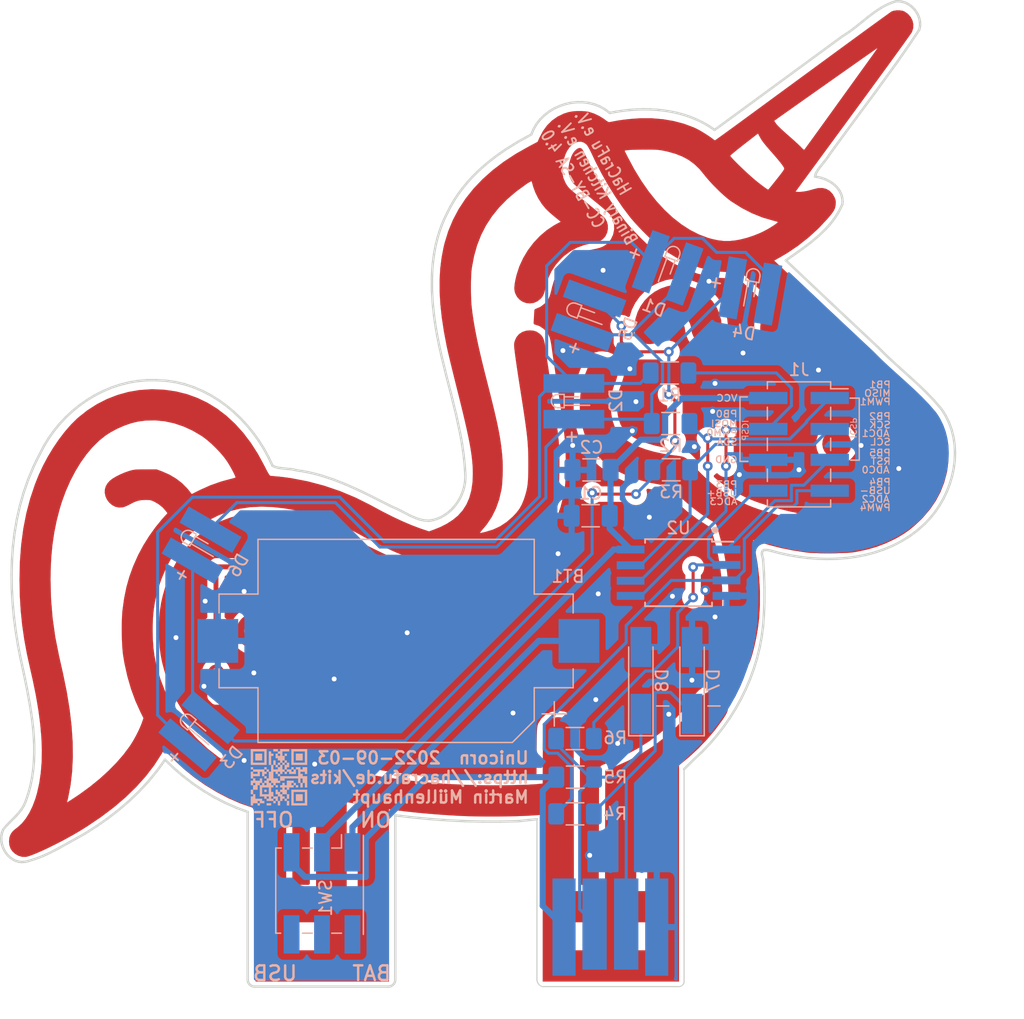
<source format=kicad_pcb>
(kicad_pcb (version 20211014) (generator pcbnew)
  (title_block (date "2022-09-03"))
  (layers (0 "F.Cu" signal) (31 "B.Cu" signal) (34 "B.Paste" user) (35 "F.Paste" user) (36 "B.SilkS" user "B.Silkscreen") (37 "F.SilkS" user "F.Silkscreen") (38 "B.Mask" user) (39 "F.Mask" user) (44 "Edge.Cuts" user))
  (net 0 "")
  (net 1 "/VBAT")
  (net 2 "/GND")
  (net 3 "/VCC")
  (net 4 "Net-(D1-Pad1)")
  (net 5 "Net-(D1-Pad2)")
  (net 6 "Net-(D3-Pad1)")
  (net 7 "Net-(D7-Pad1)")
  (net 8 "Net-(D8-Pad1)")
  (net 9 "/PB0")
  (net 10 "/PB1")
  (net 11 "/PB2")
  (net 12 "/PB4")
  (net 13 "/VUSB")
  (net 14 "/PB3")
  (net 15 "/RESET")
  (footprint "footprints:unicorn" (layer "F.Cu") (at 148.481758 80.114973)
    (fp_text reference "U1" hide)
    (fp_text value "Unicorn" hide)
  )
  (footprint "Capacitor_SMD:C_1206_3216Metric_Pad1.33x1.80mm_HandSolder" (layer "B.Cu") (at 157.68 81.78 180)
    (fp_text reference "C1")
    (fp_text value "0.1u")
  )
  (footprint "footprints:5mm_SMD-Pad" (layer "B.Cu") (at 125.36581 99.426564 -130)
    (fp_text reference "D3")
    (fp_text value "LED")
  )
  (footprint "footprints:SOIC-8W_5.3x5.3mm_P1.27mm-breiter" (layer "B.Cu") (at 164.9 86.46 180)
    (fp_text reference "U2")
    (fp_text value "ATtiny85-20S")
  )
  (footprint "Resistor_SMD:R_1206_3216Metric_Pad1.30x1.75mm_HandSolder" (layer "B.Cu") (at 164.3 78)
    (fp_text reference "R3")
    (fp_text value "66.5")
  )
  (footprint "Capacitor_SMD:C_1206_3216Metric_Pad1.33x1.80mm_HandSolder" (layer "B.Cu") (at 157.75 78.01 180)
    (fp_text reference "C2")
    (fp_text value "4.7u")
  )
  (footprint "footprints:Batteryholder" (layer "B.Cu") (at 141.69 92.07 180)
    (fp_text reference "BT1")
    (fp_text value "Battery_Cell")
  )
  (footprint "Resistor_SMD:R_1206_3216Metric_Pad1.30x1.75mm_HandSolder" (layer "B.Cu") (at 164.25 74.2)
    (fp_text reference "R2")
    (fp_text value "66.5")
  )
  (footprint "footprints:Switch_MSS22D18" (layer "B.Cu") (at 135.6 112.7 -90)
    (fp_text reference "SW1")
    (fp_text value "SW_SPST")
  )
  (footprint "footprints:usb-PCB" (layer "B.Cu") (at 159.3 120.5 180)
    (fp_text reference "USB1" hide)
    (fp_text value "USB_A" hide)
  )
  (footprint "footprints:5mm_SMD-Pad" (layer "B.Cu") (at 157.348786 65.276888 -110)
    (fp_text reference "D5")
    (fp_text value "LED")
  )
  (footprint "Resistor_SMD:R_1206_3216Metric_Pad1.30x1.75mm_HandSolder" (layer "B.Cu") (at 156.41 103.27)
    (fp_text reference "R5")
    (fp_text value "1K")
  )
  (footprint "footprints:Z-Diode Minimelf" (layer "B.Cu") (at 166.01 95.32 90)
    (fp_text reference "D7")
    (fp_text value "3.6")
  )
  (footprint "footprints:5mm_SMD-Pad" (layer "B.Cu") (at 170.796503 63.14707 170)
    (fp_text reference "D4")
    (fp_text value "LED")
  )
  (footprint "footprints:5mm_SMD-Pad" (layer "B.Cu") (at 164.023112 61.248786 160)
    (fp_text reference "D1")
    (fp_text value "LED")
  )
  (footprint "Resistor_SMD:R_1206_3216Metric_Pad1.30x1.75mm_HandSolder" (layer "B.Cu") (at 156.39 100.1 180)
    (fp_text reference "R6")
    (fp_text value "66.5")
  )
  (footprint "Resistor_SMD:R_1206_3216Metric_Pad1.30x1.75mm_HandSolder" (layer "B.Cu") (at 156.39 106.29)
    (fp_text reference "R4")
    (fp_text value "66.5")
  )
  (footprint "footprints:PinHeader" (layer "B.Cu") (at 174.8 75.91 180)
    (fp_text reference "J1")
    (fp_text value "ICSP")
  )
  (footprint "footprints:5mm_SMD-Pad" (layer "B.Cu") (at 125.555096 84.150981 -120)
    (fp_text reference "D6")
    (fp_text value "LED")
  )
  (footprint "footprints:5mm_SMD-Pad" (layer "B.Cu") (at 156.15 72.4 -90)
    (fp_text reference "D2")
    (fp_text value "LED")
  )
  (footprint "Resistor_SMD:R_1206_3216Metric_Pad1.30x1.75mm_HandSolder" (layer "B.Cu") (at 164.16 70.04)
    (fp_text reference "R1")
    (fp_text value "66.5")
  )
  (footprint "footprints:Z-Diode Minimelf" (layer "B.Cu") (at 161.8025 95.32 90)
    (fp_text reference "D8")
    (fp_text value "3.6")
  )
  (gr_poly (pts (xy 134.547644 94.934219) (xy 134.54861 94.972287) (xy 134.551536 95.008203) (xy 134.553747 95.025341) (xy 134.556464 95.041926) (xy 134.559692 95.057951) (xy 134.563437 95.073412) (xy 134.567703 95.088304) (xy 134.572495 95.102621) (xy 134.57782 95.116358) (xy 134.583681 95.12951) (xy 134.590086 95.142071) (xy 134.597038 95.154037) (xy 134.604543 95.165402) (xy 134.612606 95.176161) (xy 134.621232 95.186308) (xy 134.630427 95.195838) (xy 134.640197 95.204747) (xy 134.650545 95.213029) (xy 134.661478 95.220678) (xy 134.673 95.22769) (xy 134.685117 95.234058) (xy 134.697835 95.239779) (xy 134.711158 95.244846) (xy 134.725091 95.249255) (xy 134.739641 95.252999) (xy 134.754811 95.256075) (xy 134.770608 95.258476) (xy 134.787036 95.260198) (xy 134.804102 95.261235) (xy 134.821809 95.261582) (xy 134.839716 95.260976) (xy 134.857364 95.259179) (xy 134.874731 95.256224) (xy 134.891798 95.252143) (xy 134.908544 95.246968) (xy 134.924949 95.240731) (xy 134.940993 95.233465) (xy 134.956655 95.225202) (xy 134.971916 95.215973) (xy 134.986755 95.205812) (xy 135.001152 95.19475) (xy 135.015087 95.182819) (xy 135.028539 95.170052) (xy 135.041488 95.156482) (xy 135.065797 95.127057) (xy 135.087853 95.094804) (xy 135.107492 95.059979) (xy 135.124555 95.022839) (xy 135.138877 94.983644) (xy 135.150299 94.942651) (xy 135.158658 94.900116) (xy 135.163792 94.856299) (xy 135.165539 94.811457) (xy 135.165539 93.907119) (xy 135.779346 93.907119) (xy 135.779346 95.71171) (xy 135.165539 95.71171) (xy 135.165539 95.490735) (xy 135.141712 95.519302) (xy 135.11629 95.546634) (xy 135.08931 95.572648) (xy 135.060808 95.597258) (xy 135.030819 95.620382) (xy 134.99938 95.641936) (xy 134.966526 95.661835) (xy 134.932294 95.679996) (xy 134.896718 95.696334) (xy 134.859837 95.710766) (xy 134.821684 95.723208) (xy 134.782297 95.733576) (xy 134.74171 95.741787) (xy 134.699961 95.747755) (xy 134.657085 95.751397) (xy 134.613118 95.75263) (xy 134.568686 95.751665) (xy 134.525916 95.748789) (xy 134.484792 95.744036) (xy 134.445296 95.737437) (xy 134.407413 95.729025) (xy 134.371125 95.718831) (xy 134.336418 95.706889) (xy 134.303273 95.693231) (xy 134.271675 95.677888) (xy 134.241606 95.660893) (xy 134.213052 95.642278) (xy 134.185994 95.622075) (xy 134.160417 95.600317) (xy 134.136304 95.577035) (xy 134.113639 95.552262) (xy 134.092405 95.526031) (xy 134.072585 95.498373) (xy 134.054164 95.46932) (xy 134.037124 95.438906) (xy 134.02145 95.407161) (xy 134.007124 95.374119) (xy 133.99413 95.339811) (xy 133.972074 95.267528) (xy 133.955148 95.19057) (xy 133.943222 95.109193) (xy 133.936163 95.023658) (xy 133.933839 94.93422) (xy 133.933839 93.907118) (xy 134.547644 93.907118)) (layer "F.Cu") (width 0.01) (fill solid))
  (gr_poly (pts (xy 126.933959 94.025587) (xy 126.96673 94.028097) (xy 126.999038 94.03223) (xy 127.03084 94.037945) (xy 127.062095 94.045199) (xy 127.092762 94.053952) (xy 127.1228 94.064163) (xy 127.152167 94.07579) (xy 127.180821 94.088791) (xy 127.208722 94.103125) (xy 127.235828 94.118751) (xy 127.262097 94.135628) (xy 127.287488 94.153713) (xy 127.31196 94.172966) (xy 127.335471 94.193346) (xy 127.35798 94.21481) (xy 127.379446 94.237318) (xy 127.399827 94.260828) (xy 127.419081 94.285299) (xy 127.437168 94.310689) (xy 127.454046 94.336957) (xy 127.469673 94.364061) (xy 127.484008 94.391961) (xy 127.497011 94.420614) (xy 127.508638 94.44998) (xy 127.51885 94.480017) (xy 127.527604 94.510684) (xy 127.534859 94.541939) (xy 127.540574 94.573741) (xy 127.544708 94.606048) (xy 127.547218 94.63882) (xy 127.548064 94.672014) (xy 127.54748 94.6996) (xy 127.545744 94.726903) (xy 127.542879 94.753899) (xy 127.538909 94.780564) (xy 127.533858 94.806875) (xy 127.52775 94.832807) (xy 127.520608 94.858337) (xy 127.512457 94.883441) (xy 127.503318 94.908095) (xy 127.493218 94.932275) (xy 127.482178 94.955958) (xy 127.470223 94.979119) (xy 127.457377 95.001734) (xy 127.443663 95.02378) (xy 127.429105 95.045234) (xy 127.413727 95.06607) (xy 127.397552 95.086266) (xy 127.380604 95.105796) (xy 127.362907 95.124639) (xy 127.344485 95.142769) (xy 127.325361 95.160163) (xy 127.305558 95.176797) (xy 127.285102 95.192647) (xy 127.264014 95.207689) (xy 127.24232 95.221899) (xy 127.220042 95.235254) (xy 127.197205 95.24773) (xy 127.173833 95.259303) (xy 127.149948 95.269949) (xy 127.125574 95.279643) (xy 127.100736 95.288363) (xy 127.075457 95.296085) (xy 127.085224 95.296085) (xy 127.085224 96.406224) (xy 130.346343 96.406224) (xy 130.362813 96.356196) (xy 130.383151 96.308016) (xy 130.40717 96.261873) (xy 130.434681 96.217958) (xy 130.465497 96.176462) (xy 130.499429 96.137575) (xy 130.536291 96.101488) (xy 130.575895 96.06839) (xy 130.618052 96.038473) (xy 130.662575 96.011927) (xy 130.709277 95.988943) (xy 130.757969 95.96971) (xy 130.808464 95.95442) (xy 130.834329 95.948312) (xy 130.860574 95.943262) (xy 130.887176 95.939293) (xy 130.914112 95.936428) (xy 130.941357 95.934692) (xy 130.968889 95.934108) (xy 131.002086 95.934957) (xy 131.034867 95.937477) (xy 131.06719 95.941625) (xy 131.099012 95.947361) (xy 131.130294 95.954642) (xy 131.160991 95.963427) (xy 131.191063 95.973673) (xy 131.220468 95.985338) (xy 131.249164 95.998382) (xy 131.277109 96.012762) (xy 131.304262 96.028436) (xy 131.33058 96.045363) (xy 131.356022 96.0635) (xy 131.380546 96.082807) (xy 131.40411 96.10324) (xy 131.426672 96.124759) (xy 131.448191 96.147321) (xy 131.468625 96.170885) (xy 131.487931 96.195409) (xy 131.506069 96.220851) (xy 131.522996 96.247169) (xy 131.53867 96.274322) (xy 131.55305 96.302267) (xy 131.566094 96.330963) (xy 131.57776 96.360368) (xy 131.588006 96.39044) (xy 131.59679 96.421138) (xy 131.604071 96.452419) (xy 131.609807 96.484242) (xy 131.613956 96.516565) (xy 131.616476 96.549346) (xy 131.617325 96.582544) (xy 131.616476 96.615737) (xy 131.613956 96.648508) (xy 131.609807 96.680815) (xy 131.604071 96.712617) (xy 131.59679 96.743871) (xy 131.588006 96.774538) (xy 131.57776 96.804575) (xy 131.566094 96.83394) (xy 131.55305 96.862594) (xy 131.53867 96.890494) (xy 131.522996 96.917598) (xy 131.506069 96.943866) (xy 131.487931 96.969256) (xy 131.468625 96.993727) (xy 131.448191 97.017237) (xy 131.426672 97.039745) (xy 131.40411 97.06121) (xy 131.380546 97.081589) (xy 131.356022 97.100843) (xy 131.33058 97.118928) (xy 131.304262 97.135805) (xy 131.277109 97.151431) (xy 131.249164 97.165766) (xy 131.220468 97.178767) (xy 131.191063 97.190394) (xy 131.160991 97.200605) (xy 131.130294 97.209358) (xy 131.099012 97.216613) (xy 131.06719 97.222328) (xy 131.034867 97.226461) (xy 131.002086 97.228971) (xy 130.968889 97.229817) (xy 130.942825 97.229296) (xy 130.917017 97.227745) (xy 130.891483 97.225186) (xy 130.866244 97.221638) (xy 130.841319 97.217121) (xy 130.816729 97.211654) (xy 130.792493 97.205258) (xy 130.768631 97.197953) (xy 130.745164 97.189759) (xy 130.722111 97.180696) (xy 130.699493 97.170783) (xy 130.677328 97.160041) (xy 130.655637 97.148489) (xy 130.63444 97.136148) (xy 130.613758 97.123038) (xy 130.593609 97.109178) (xy 130.574013 97.094589) (xy 130.554992 97.07929) (xy 130.536564 97.063301) (xy 130.518749 97.046643) (xy 130.501568 97.029335) (xy 130.485041 97.011398) (xy 130.469187 96.99285) (xy 130.454026 96.973713) (xy 130.439578 96.954006) (xy 130.425864 96.93375) (xy 130.412902 96.912963) (xy 130.400714 96.891667) (xy 130.389318 96.86988) (xy 130.378736 96.847624) (xy 130.368986 96.824918) (xy 130.360089 96.801781) (xy 126.888001 96.801781) (xy 126.690804 96.603421) (xy 126.690804 96.582544) (xy 130.597696 96.582544) (xy 130.598174 96.601814) (xy 130.599592 96.620811) (xy 130.601927 96.639514) (xy 130.605159 96.657901) (xy 130.609264 96.675948) (xy 130.61422 96.693635) (xy 130.620005 96.710938) (xy 130.626596 96.727835) (xy 130.633972 96.744304) (xy 130.64211 96.760323) (xy 130.650988 96.775869) (xy 130.660584 96.790921) (xy 130.670875 96.805455) (xy 130.681838 96.81945) (xy 130.693453 96.832884) (xy 130.705696 96.845733) (xy 130.718545 96.857976) (xy 130.731978 96.869591) (xy 130.745973 96.880555) (xy 130.760508 96.890846) (xy 130.775559 96.900442) (xy 130.791105 96.90932) (xy 130.807124 96.917459) (xy 130.823594 96.924835) (xy 130.840491 96.931427) (xy 130.857794 96.937212) (xy 130.875481 96.942168) (xy 130.893529 96.946274) (xy 130.911916 96.949505) (xy 130.93062 96.951841) (xy 130.949618 96.953259) (xy 130.968888 96.953737) (xy 130.988162 96.953259) (xy 131.00717 96.951841) (xy 131.025889 96.949505) (xy 131.044297 96.946274) (xy 131.062371 96.942168) (xy 131.080089 96.937212) (xy 131.097427 96.931427) (xy 131.114364 96.924835) (xy 131.130875 96.917459) (xy 131.14694 96.90932) (xy 131.162534 96.900442) (xy 131.177636 96.890846) (xy 131.192222 96.880555) (xy 131.20627 96.869591) (xy 131.219757 96.857976) (xy 131.232661 96.845733) (xy 131.244959 96.832884) (xy 131.256627 96.81945) (xy 131.267644 96.805455) (xy 131.277987 96.790921) (xy 131.287633 96.775869) (xy 131.296559 96.760323) (xy 131.304742 96.744304) (xy 131.312161 96.727835) (xy 131.318792 96.710938) (xy 131.324612 96.693635) (xy 131.329599 96.675948) (xy 131.33373 96.657901) (xy 131.336983 96.639514) (xy 131.339335 96.620811) (xy 131.340762 96.601814) (xy 131.341243 96.582544) (xy 131.340762 96.56327) (xy 131.339335 96.544262) (xy 131.336983 96.525543) (xy 131.33373 96.507134) (xy 131.329599 96.48906) (xy 131.324612 96.471342) (xy 131.318792 96.454003) (xy 131.312161 96.437067) (xy 131.304742 96.420555) (xy 131.296559 96.40449) (xy 131.287633 96.388896) (xy 131.277987 96.373794) (xy 131.267644 96.359208) (xy 131.256627 96.34516) (xy 131.244959 96.331673) (xy 131.232661 96.318769) (xy 131.219757 96.306472) (xy 131.20627 96.294804) (xy 131.192222 96.283787) (xy 131.177636 96.273444) (xy 131.162534 96.263799) (xy 131.14694 96.254873) (xy 131.130875 96.246689) (xy 131.114364 96.239271) (xy 131.097427 96.23264) (xy 131.080089 96.22682) (xy 131.062371 96.221833) (xy 131.044297 96.217702) (xy 131.025889 96.214449) (xy 131.00717 96.212098) (xy 130.988162 96.21067) (xy 130.968888 96.210189) (xy 130.968888 96.21019) (xy 130.949618 96.210671) (xy 130.93062 96.212099) (xy 130.911916 96.21445) (xy 130.893529 96.217703) (xy 130.875481 96.221834) (xy 130.857794 96.226821) (xy 130.840491 96.232641) (xy 130.823594 96.239271) (xy 130.807124 96.24669) (xy 130.791105 96.254873) (xy 130.775559 96.263799) (xy 130.760508 96.273445) (xy 130.745973 96.283787) (xy 130.731978 96.294804) (xy 130.718545 96.306472) (xy 130.705696 96.31877) (xy 130.693453 96.331673) (xy 130.681838 96.34516) (xy 130.670875 96.359208) (xy 130.660584 96.373795) (xy 130.650988 96.388896) (xy 130.64211 96.404491) (xy 130.633972 96.420555) (xy 130.626596 96.437067) (xy 130.620005 96.454003) (xy 130.61422 96.471342) (xy 130.609264 96.48906) (xy 130.605159 96.507134) (xy 130.601927 96.525543) (xy 130.599592 96.544262) (xy 130.598174 96.56327) (xy 130.597696 96.582544) (xy 126.690804 96.582544) (xy 126.690804 95.296085) (xy 126.725995 95.296085) (xy 126.675821 95.279644) (xy 126.627495 95.259304) (xy 126.58121 95.235256) (xy 126.537156 95.20769) (xy 126.495526 95.176798) (xy 126.456511 95.142771) (xy 126.420302 95.105799) (xy 126.387092 95.066072) (xy 126.357071 95.023783) (xy 126.330432 94.979121) (xy 126.307365 94.932277) (xy 126.288063 94.883443) (xy 126.272717 94.832809) (xy 126.266587 94.806876) (xy 126.261518 94.780565) (xy 126.257534 94.7539) (xy 126.254658 94.726904) (xy 126.252916 94.6996) (xy 126.252329 94.672014) (xy 126.52841 94.672014) (xy 126.528891 94.691287) (xy 126.530319 94.710294) (xy 126.53267 94.729013) (xy 126.535923 94.74742) (xy 126.540054 94.765494) (xy 126.545042 94.783212) (xy 126.550862 94.80055) (xy 126.557493 94.817486) (xy 126.564911 94.833998) (xy 126.573095 94.850062) (xy 126.582021 94.865656) (xy 126.591667 94.880758) (xy 126.60201 94.895344) (xy 126.613027 94.909392) (xy 126.624696 94.92288) (xy 126.636993 94.935784) (xy 126.649897 94.948081) (xy 126.663384 94.95975) (xy 126.677432 94.970767) (xy 126.692019 94.98111) (xy 126.70712 94.990756) (xy 126.722715 94.999683) (xy 126.738779 95.007866) (xy 126.755291 95.015285) (xy 126.772227 95.021916) (xy 126.789565 95.027737) (xy 126.807283 95.032724) (xy 126.825357 95.036855) (xy 126.843765 95.040108) (xy 126.862484 95.04246) (xy 126.881492 95.043887) (xy 126.900765 95.044368) (xy 126.920035 95.043887) (xy 126.939034 95.04246) (xy 126.957737 95.040108) (xy 126.976125 95.036855) (xy 126.994173 95.032724) (xy 127.011861 95.027737) (xy 127.029164 95.021916) (xy 127.046063 95.015285) (xy 127.062533 95.007867) (xy 127.078553 94.999683) (xy 127.0941 94.990756) (xy 127.109153 94.981111) (xy 127.123688 94.970768) (xy 127.137684 94.95975) (xy 127.151119 94.948082) (xy 127.163969 94.935784) (xy 127.176213 94.92288) (xy 127.187829 94.909393) (xy 127.198794 94.895345) (xy 127.209086 94.880758) (xy 127.218683 94.865657) (xy 127.227562 94.850062) (xy 127.235701 94.833998) (xy 127.243078 94.817486) (xy 127.249671 94.80055) (xy 127.255456 94.783212) (xy 127.260413 94.765495) (xy 127.264519 94.747421) (xy 127.267751 94.729013) (xy 127.270087 94.710294) (xy 127.271505 94.691287) (xy 127.271983 94.672014) (xy 127.271505 94.652744) (xy 127.270087 94.633746) (xy 127.267751 94.615042) (xy 127.264519 94.596656) (xy 127.260413 94.578608) (xy 127.255456 94.560921) (xy 127.249671 94.543618) (xy 127.243078 94.526721) (xy 127.235701 94.510251) (xy 127.227562 94.494232) (xy 127.218683 94.478686) (xy 127.209086 94.463635) (xy 127.198794 94.4491) (xy 127.187829 94.435106) (xy 127.176214 94.421672) (xy 127.163969 94.408823) (xy 127.151119 94.39658) (xy 127.137684 94.384965) (xy 127.123688 94.374002) (xy 127.109153 94.363711) (xy 127.0941 94.354115) (xy 127.078553 94.345237) (xy 127.062533 94.337099) (xy 127.046063 94.329723) (xy 127.029165 94.323132) (xy 127.011861 94.317347) (xy 126.994173 94.31239) (xy 126.976125 94.308285) (xy 126.957738 94.305054) (xy 126.939034 94.302718) (xy 126.920035 94.3013) (xy 126.900765 94.300823) (xy 126.881492 94.3013) (xy 126.862484 94.302717) (xy 126.843765 94.305052) (xy 126.825357 94.308283) (xy 126.807283 94.312388) (xy 126.789565 94.317344) (xy 126.772227 94.323128) (xy 126.755291 94.32972) (xy 126.738779 94.337096) (xy 126.722715 94.345234) (xy 126.70712 94.354112) (xy 126.692019 94.363707) (xy 126.677432 94.373998) (xy 126.663384 94.384962) (xy 126.649897 94.396577) (xy 126.636993 94.40882) (xy 126.624696 94.42167) (xy 126.613027 94.435103) (xy 126.60201 94.449098) (xy 126.591667 94.463633) (xy 126.582021 94.478684) (xy 126.573095 94.494231) (xy 126.564911 94.51025) (xy 126.557493 94.52672) (xy 126.550862 94.543617) (xy 126.545042 94.56092) (xy 126.540054 94.578607) (xy 126.535923 94.596655) (xy 126.53267 94.615042) (xy 126.530319 94.633746) (xy 126.528891 94.652744) (xy 126.52841 94.672014) (xy 126.252329 94.672014) (xy 126.253179 94.63882) (xy 126.255698 94.606048) (xy 126.259847 94.573741) (xy 126.265583 94.541939) (xy 126.272864 94.510684) (xy 126.281648 94.480017) (xy 126.291894 94.44998) (xy 126.30356 94.420614) (xy 126.316604 94.391961) (xy 126.330984 94.364061) (xy 126.346658 94.336956) (xy 126.363585 94.310688) (xy 126.381723 94.285298) (xy 126.401029 94.260828) (xy 126.421463 94.237318) (xy 126.442982 94.21481) (xy 126.465544 94.193346) (xy 126.489108 94.172966) (xy 126.513632 94.153713) (xy 126.539074 94.135627) (xy 126.565392 94.118751) (xy 126.592544 94.103125) (xy 126.62049 94.088791) (xy 126.649186 94.07579) (xy 126.678591 94.064163) (xy 126.708663 94.053952) (xy 126.73936 94.045199) (xy 126.770641 94.037945) (xy 126.802464 94.03223) (xy 126.834787 94.028097) (xy 126.867568 94.025587) (xy 126.900765 94.024741)) (layer "F.Cu") (width 0.01) (fill solid))
  (gr_poly (pts (xy 134.436578 90.797951) (xy 134.479426 90.800365) (xy 134.52207 90.804505) (xy 134.564408 90.810467) (xy 134.606339 90.818347) (xy 134.64776 90.828242) (xy 134.68857 90.840246) (xy 134.728666 90.854456) (xy 134.767948 90.870968) (xy 134.806312 90.889877) (xy 134.843657 90.91128) (xy 134.879881 90.935273) (xy 134.914882 90.961951) (xy 134.948559 90.99141) (xy 134.964869 91.007213) (xy 134.980809 91.023747) (xy 134.996367 91.041024) (xy 135.011531 91.059056) (xy 135.011531 90.84218) (xy 135.625334 90.84218) (xy 135.625334 92.642679) (xy 135.011531 92.642679) (xy 135.011531 92.425798) (xy 134.999608 92.442739) (xy 134.986878 92.459039) (xy 134.959133 92.489745) (xy 134.928558 92.517968) (xy 134.895418 92.543764) (xy 134.859976 92.567187) (xy 134.822496 92.588289) (xy 134.783242 92.607125) (xy 134.742477 92.62375) (xy 134.700466 92.638217) (xy 134.657471 92.650579) (xy 134.613757 92.660892) (xy 134.569587 92.669209) (xy 134.525226 92.675583) (xy 134.480936 92.68007) (xy 134.436982 92.682722) (xy 134.393628 92.683594) (xy 134.346054 92.682311) (xy 134.29927 92.678509) (xy 134.253325 92.672258) (xy 134.208264 92.66363) (xy 134.164135 92.652693) (xy 134.120986 92.639519) (xy 134.078863 92.624178) (xy 134.037814 92.606741) (xy 133.997885 92.587278) (xy 133.959125 92.565859) (xy 133.92158 92.542555) (xy 133.885298 92.517436) (xy 133.850325 92.490573) (xy 133.816709 92.462036) (xy 133.784498 92.431896) (xy 133.753737 92.400222) (xy 133.724476 92.367086) (xy 133.69676 92.332558) (xy 133.670637 92.296708) (xy 133.646154 92.259607) (xy 133.623358 92.221325) (xy 133.602297 92.181932) (xy 133.583018 92.1415) (xy 133.565568 92.100097) (xy 133.549994 92.057796) (xy 133.536343 92.014666) (xy 133.524663 91.970778) (xy 133.515001 91.926201) (xy 133.507403 91.881008) (xy 133.501918 91.835267) (xy 133.498593 91.789049) (xy 133.497473 91.742426) (xy 134.1522 91.742426) (xy 134.152736 91.764599) (xy 134.154328 91.786594) (xy 134.156954 91.808376) (xy 134.160592 91.829911) (xy 134.165219 91.851164) (xy 134.170812 91.872101) (xy 134.177349 91.892687) (xy 134.184809 91.912888) (xy 134.193167 91.932669) (xy 134.202402 91.951996) (xy 134.212491 91.970835) (xy 134.223411 91.989151) (xy 134.235141 92.006909) (xy 134.247658 92.024075) (xy 134.260939 92.040615) (xy 134.274962 92.056494) (xy 134.289704 92.071677) (xy 134.305143 92.086131) (xy 134.321256 92.099821) (xy 134.338021 92.112712) (xy 134.355415 92.124769) (xy 134.373417 92.135959) (xy 134.392003 92.146247) (xy 134.41115 92.155598) (xy 134.430838 92.163978) (xy 134.451042 92.171353) (xy 134.471741 92.177687) (xy 134.492911 92.182947) (xy 134.514532 92.187099) (xy 134.536579 92.190106) (xy 134.559031 92.191936) (xy 134.581865 92.192554) (xy 134.604699 92.191936) (xy 134.627151 92.190106) (xy 134.649199 92.187099) (xy 134.670819 92.182947) (xy 134.69199 92.177687) (xy 134.712688 92.171353) (xy 134.732893 92.163978) (xy 134.75258 92.155598) (xy 134.771728 92.146247) (xy 134.790313 92.135959) (xy 134.808315 92.124769) (xy 134.825709 92.112712) (xy 134.842474 92.099821) (xy 134.858588 92.086131) (xy 134.874026 92.071677) (xy 134.888769 92.056494) (xy 134.902791 92.040615) (xy 134.916072 92.024075) (xy 134.928589 92.006909) (xy 134.940319 91.989151) (xy 134.95124 91.970835) (xy 134.961329 91.951996) (xy 134.970564 91.932669) (xy 134.978922 91.912888) (xy 134.986381 91.892687) (xy 134.992918 91.872101) (xy 134.998512 91.851164) (xy 135.003139 91.829911) (xy 135.006776 91.808376) (xy 135.009403 91.786594) (xy 135.010995 91.764599) (xy 135.011531 91.742426) (xy 135.010995 91.720253) (xy 135.009403 91.698259) (xy 135.006776 91.676478) (xy 135.003139 91.654944) (xy 134.998512 91.633691) (xy 134.992918 91.612755) (xy 134.986381 91.592169) (xy 134.978922 91.571969) (xy 134.970564 91.552188) (xy 134.961329 91.532861) (xy 134.95124 91.514023) (xy 134.940319 91.495708) (xy 134.928589 91.47795) (xy 134.916072 91.460784) (xy 134.902791 91.444244) (xy 134.888769 91.428366) (xy 134.874026 91.413182) (xy 134.858588 91.398729) (xy 134.842474 91.38504) (xy 134.825709 91.372149) (xy 134.808315 91.360092) (xy 134.790313 91.348902) (xy 134.771728 91.338614) (xy 134.75258 91.329263) (xy 134.732893 91.320883) (xy 134.712688 91.313509) (xy 134.69199 91.307174) (xy 134.670819 91.301914) (xy 134.649199 91.297763) (xy 134.627151 91.294755) (xy 134.604699 91.292925) (xy 134.581865 91.292308) (xy 134.559031 91.292925) (xy 134.536579 91.294755) (xy 134.514532 91.297763) (xy 134.492912 91.301914) (xy 134.471741 91.307174) (xy 134.451042 91.313509) (xy 134.430838 91.320883) (xy 134.411151 91.329263) (xy 134.392003 91.338614) (xy 134.373417 91.348902) (xy 134.355416 91.360092) (xy 134.338021 91.372149) (xy 134.321256 91.38504) (xy 134.305143 91.398729) (xy 134.289704 91.413182) (xy 134.274962 91.428366) (xy 134.260939 91.444244) (xy 134.247658 91.460784) (xy 134.235142 91.47795) (xy 134.223412 91.495708) (xy 134.212491 91.514023) (xy 134.202402 91.532861) (xy 134.193167 91.552188) (xy 134.184809 91.571969) (xy 134.17735 91.592169) (xy 134.170812 91.612755) (xy 134.165219 91.633691) (xy 134.160592 91.654944) (xy 134.156954 91.676478) (xy 134.154328 91.698259) (xy 134.152736 91.720253) (xy 134.1522 91.742426) (xy 133.497473 91.742426) (xy 133.498593 91.695791) (xy 133.501918 91.649541) (xy 133.507403 91.603745) (xy 133.515001 91.558477) (xy 133.524663 91.513809) (xy 133.536343 91.469812) (xy 133.549994 91.426558) (xy 133.565568 91.384119) (xy 133.583018 91.342568) (xy 133.602297 91.301975) (xy 133.623358 91.262413) (xy 133.646154 91.223955) (xy 133.670637 91.186671) (xy 133.69676 91.150634) (xy 133.724476 91.115916) (xy 133.753737 91.082588) (xy 133.784498 91.050723) (xy 133.816709 91.020392) (xy 133.850325 90.991668) (xy 133.885298 90.964622) (xy 133.92158 90.939327) (xy 133.959125 90.915853) (xy 133.997885 90.894274) (xy 134.037814 90.874661) (xy 134.078863 90.857086) (xy 134.120986 90.841621) (xy 134.164135 90.828338) (xy 134.208264 90.817309) (xy 134.253325 90.808605) (xy 134.29927 90.802299) (xy 134.346054 90.798463) (xy 134.393628 90.797168)) (layer "F.Cu") (width 0.01) (fill solid))
  (gr_poly (pts (xy 133.370623 93.485637) (xy 132.372167 93.485637) (xy 132.372167 94.038065) (xy 133.329703 94.038065) (xy 133.329703 94.59458) (xy 132.372166 94.594581) (xy 132.372166 95.71171) (xy 131.758362 95.71171) (xy 131.758362 92.929121) (xy 133.370623 92.929121)) (layer "F.Cu") (width 0.01) (fill solid))
  (gr_poly (pts (xy 135.836679 85.324133) (xy 135.863511 85.325816) (xy 135.890049 85.328592) (xy 135.916269 85.33244) (xy 135.942149 85.337336) (xy 135.967667 85.343258) (xy 135.992799 85.350184) (xy 136.017523 85.358089) (xy 136.041816 85.366953) (xy 136.065656 85.376751) (xy 136.089019 85.387462) (xy 136.111884 85.399063) (xy 136.134228 85.41153) (xy 136.156028 85.424842) (xy 136.177261 85.438976) (xy 136.197905 85.453908) (xy 136.217936 85.469616) (xy 136.237333 85.486078) (xy 136.256073 85.50327) (xy 136.274133 85.521171) (xy 136.29149 85.539757) (xy 136.308122 85.559006) (xy 136.324006 85.578894) (xy 136.339119 85.5994) (xy 136.353439 85.620501) (xy 136.366942 85.642173) (xy 136.379608 85.664394) (xy 136.391412 85.687142) (xy 136.402332 85.710394) (xy 136.412345 85.734127) (xy 136.42143 85.758318) (xy 136.429562 85.782945) (xy 137.511305 85.782945) (xy 137.708503 85.981279) (xy 137.708503 89.576124) (xy 137.631324 89.576124) (xy 137.659136 89.582078) (xy 137.686506 89.589215) (xy 137.713405 89.597506) (xy 137.739803 89.606923) (xy 137.765672 89.617437) (xy 137.790983 89.62902) (xy 137.815707 89.641642) (xy 137.839816 89.655277) (xy 137.863279 89.669894) (xy 137.886069 89.685466) (xy 137.908157 89.701964) (xy 137.929513 89.719359) (xy 137.969916 89.756728) (xy 138.007047 89.797345) (xy 138.024314 89.8188) (xy 138.040675 89.840981) (xy 138.056104 89.86386) (xy 138.070569 89.887409) (xy 138.084044 89.911599) (xy 138.096498 89.9364) (xy 138.107903 89.961786) (xy 138.118231 89.987727) (xy 138.127451 90.014194) (xy 138.135536 90.04116) (xy 138.142456 90.068596) (xy 138.148183 90.096473) (xy 138.152688 90.124762) (xy 138.155941 90.153436) (xy 138.157914 90.182465) (xy 138.158578 90.211822) (xy 138.157729 90.245019) (xy 138.155209 90.277799) (xy 138.15106 90.310122) (xy 138.145324 90.341945) (xy 138.138043 90.373226) (xy 138.129259 90.403923) (xy 138.119013 90.433995) (xy 138.107347 90.4634) (xy 138.094303 90.492096) (xy 138.079924 90.520041) (xy 138.064249 90.547194) (xy 138.047322 90.573512) (xy 138.029185 90.598954) (xy 138.009879 90.623478) (xy 137.989445 90.647042) (xy 137.967926 90.669604) (xy 137.945364 90.691123) (xy 137.9218 90.711557) (xy 137.897276 90.730863) (xy 137.871834 90.749001) (xy 137.845516 90.765928) (xy 137.818363 90.781602) (xy 137.790418 90.795982) (xy 137.761722 90.809026) (xy 137.732317 90.820692) (xy 137.702245 90.830938) (xy 137.671548 90.839722) (xy 137.640267 90.847004) (xy 137.608444 90.852739) (xy 137.576121 90.856888) (xy 137.54334 90.859408) (xy 137.510143 90.860257) (xy 137.476949 90.859408) (xy 137.444178 90.856888) (xy 137.411871 90.852739) (xy 137.38007 90.847004) (xy 137.348815 90.839722) (xy 137.318149 90.830938) (xy 137.288112 90.820692) (xy 137.258746 90.809026) (xy 137.230093 90.795982) (xy 137.202193 90.781602) (xy 137.175089 90.765928) (xy 137.148821 90.749001) (xy 137.12343 90.730863) (xy 137.09896 90.711557) (xy 137.07545 90.691123) (xy 137.052942 90.669604) (xy 137.031477 90.647042) (xy 137.011097 90.623478) (xy 136.991844 90.598954) (xy 136.973758 90.573512) (xy 136.956882 90.547194) (xy 136.941255 90.520041) (xy 136.926921 90.492096) (xy 136.913919 90.4634) (xy 136.902293 90.433995) (xy 136.892082 90.403923) (xy 136.883328 90.373226) (xy 136.876073 90.341945) (xy 136.870359 90.310122) (xy 136.866226 90.277799) (xy 136.863716 90.245019) (xy 136.86287 90.211822) (xy 137.138924 90.211822) (xy 137.139402 90.231095) (xy 137.14082 90.250103) (xy 137.143156 90.268822) (xy 137.146388 90.28723) (xy 137.150494 90.305305) (xy 137.155451 90.323022) (xy 137.161237 90.340361) (xy 137.16783 90.357297) (xy 137.175207 90.373809) (xy 137.183346 90.389873) (xy 137.192225 90.405467) (xy 137.201822 90.420569) (xy 137.212115 90.435155) (xy 137.22308 90.449203) (xy 137.234696 90.462691) (xy 137.24694 90.475594) (xy 137.259791 90.487892) (xy 137.273226 90.499561) (xy 137.287222 90.510578) (xy 137.301757 90.52092) (xy 137.31681 90.530566) (xy 137.332358 90.539492) (xy 137.348377 90.547676) (xy 137.364848 90.555094) (xy 137.381746 90.561725) (xy 137.399049 90.567545) (xy 137.416736 90.572532) (xy 137.434784 90.576664) (xy 137.453171 90.579916) (xy 137.471875 90.582268) (xy 137.490872 90.583695) (xy 137.510142 90.584176) (xy 137.529416 90.583695) (xy 137.548424 90.582268) (xy 137.567143 90.579916) (xy 137.585552 90.576664) (xy 137.603626 90.572532) (xy 137.621344 90.567545) (xy 137.638682 90.561725) (xy 137.655619 90.555094) (xy 137.672131 90.547676) (xy 137.688196 90.539492) (xy 137.70379 90.530566) (xy 137.718892 90.52092) (xy 137.733479 90.510578) (xy 137.747527 90.499561) (xy 137.761014 90.487892) (xy 137.773918 90.475594) (xy 137.786216 90.462691) (xy 137.797884 90.449203) (xy 137.808901 90.435155) (xy 137.819244 90.420569) (xy 137.82889 90.405467) (xy 137.837816 90.389873) (xy 137.845999 90.373809) (xy 137.853418 90.357297) (xy 137.860048 90.340361) (xy 137.865868 90.323022) (xy 137.870855 90.305305) (xy 137.874986 90.28723) (xy 137.878238 90.268822) (xy 137.880589 90.250103) (xy 137.882016 90.231095) (xy 137.882496 90.211822) (xy 137.882016 90.192551) (xy 137.880589 90.173553) (xy 137.878238 90.154849) (xy 137.874986 90.136461) (xy 137.870855 90.118413) (xy 137.865868 90.100725) (xy 137.860048 90.083421) (xy 137.853418 90.066523) (xy 137.845999 90.050053) (xy 137.837816 90.034033) (xy 137.82889 90.018485) (xy 137.819244 90.003433) (xy 137.808902 89.988897) (xy 137.797885 89.974901) (xy 137.786216 89.961467) (xy 137.773918 89.948616) (xy 137.761015 89.936372) (xy 137.747527 89.924756) (xy 137.733479 89.913791) (xy 137.718893 89.903499) (xy 137.703791 89.893903) (xy 137.688196 89.885024) (xy 137.672131 89.876885) (xy 137.655619 89.869508) (xy 137.638683 89.862915) (xy 137.621344 89.85713) (xy 137.603626 89.852173) (xy 137.585552 89.848067) (xy 137.567143 89.844835) (xy 137.548424 89.842499) (xy 137.529416 89.841081) (xy 137.510142 89.840604) (xy 137.490872 89.841081) (xy 137.471875 89.842499) (xy 137.453171 89.844835) (xy 137.434784 89.848067) (xy 137.416736 89.852173) (xy 137.399049 89.85713) (xy 137.381746 89.862915) (xy 137.364848 89.869508) (xy 137.348377 89.876885) (xy 137.332358 89.885024) (xy 137.31681 89.893903) (xy 137.301757 89.903499) (xy 137.287222 89.913791) (xy 137.273226 89.924756) (xy 137.259791 89.936372) (xy 137.24694 89.948616) (xy 137.234696 89.961467) (xy 137.22308 89.974901) (xy 137.212115 89.988897) (xy 137.201822 90.003433) (xy 137.192225 90.018485) (xy 137.183346 90.034033) (xy 137.175207 90.050053) (xy 137.16783 90.066523) (xy 137.161237 90.083421) (xy 137.155451 90.100725) (xy 137.150494 90.118413) (xy 137.146388 90.136461) (xy 137.143156 90.154849) (xy 137.14082 90.173553) (xy 137.139402 90.192551) (xy 137.138924 90.211822) (xy 136.86287 90.211822) (xy 136.863531 90.182466) (xy 136.865496 90.153437) (xy 136.868737 90.124763) (xy 136.873225 90.096474) (xy 136.87893 90.068598) (xy 136.885825 90.041162) (xy 136.893881 90.014196) (xy 136.90307 89.987729) (xy 136.913362 89.961788) (xy 136.92473 89.936403) (xy 136.937144 89.911601) (xy 136.950576 89.887412) (xy 136.964998 89.863863) (xy 136.98038 89.840984) (xy 136.996695 89.818803) (xy 137.013914 89.797348) (xy 137.032007 89.776648) (xy 137.050947 89.756731) (xy 137.070706 89.737626) (xy 137.091253 89.719362) (xy 137.112561 89.701966) (xy 137.134602 89.685468) (xy 137.157346 89.669896) (xy 137.180765 89.655279) (xy 137.20483 89.641645) (xy 137.229514 89.629022) (xy 137.254786 89.617439) (xy 137.280619 89.606925) (xy 137.306985 89.597507) (xy 137.333854 89.589216) (xy 137.361197 89.582079) (xy 137.388987 89.576124) (xy 137.312945 89.576124) (xy 137.312945 86.178476) (xy 136.423774 86.178476) (xy 136.405669 86.225551) (xy 136.38407 86.270808) (xy 136.359147 86.314078) (xy 136.331068 86.355193) (xy 136.300003 86.393986) (xy 136.266121 86.430288) (xy 136.229591 86.46393) (xy 136.190582 86.494745) (xy 136.149264 86.522565) (xy 136.105805 86.547221) (xy 136.060375 86.568545) (xy 136.013142 86.586369) (xy 135.964277 86.600525) (xy 135.913948 86.610845) (xy 135.862324 86.61716) (xy 135.836079 86.618763) (xy 135.809574 86.619302) (xy 135.776381 86.618456) (xy 135.74361 86.615946) (xy 135.711302 86.611812) (xy 135.679501 86.606097) (xy 135.648246 86.598842) (xy 135.61758 86.590088) (xy 135.587543 86.579876) (xy 135.558177 86.568248) (xy 135.529523 86.555246) (xy 135.501624 86.54091) (xy 135.474519 86.525283) (xy 135.448251 86.508405) (xy 135.422861 86.490318) (xy 135.39839 86.471064) (xy 135.37488 86.450683) (xy 135.352372 86.429217) (xy 135.330908 86.406708) (xy 135.310528 86.383197) (xy 135.291275 86.358725) (xy 135.273189 86.333334) (xy 135.256313 86.307064) (xy 135.240686 86.279959) (xy 135.226352 86.252058) (xy 135.213351 86.223404) (xy 135.201724 86.194037) (xy 135.191513 86.164) (xy 135.18276 86.133332) (xy 135.175505 86.102077) (xy 135.16979 86.070275) (xy 135.165657 86.037968) (xy 135.163147 86.005197) (xy 135.162301 85.972003) (xy 135.438382 85.972003) (xy 135.43886 85.991273) (xy 135.440278 86.01027) (xy 135.442613 86.028974) (xy 135.445845 86.047361) (xy 135.44995 86.065409) (xy 135.454906 86.083096) (xy 135.460691 86.100399) (xy 135.467283 86.117297) (xy 135.474659 86.133768) (xy 135.482797 86.149787) (xy 135.491675 86.165335) (xy 135.50127 86.180387) (xy 135.511561 86.194923) (xy 135.522525 86.208919) (xy 135.53414 86.222354) (xy 135.546383 86.235204) (xy 135.559232 86.247449) (xy 135.572665 86.259065) (xy 135.58666 86.27003) (xy 135.601195 86.280322) (xy 135.616246 86.289919) (xy 135.631793 86.298798) (xy 135.647811 86.306938) (xy 135.664281 86.314315) (xy 135.681178 86.320908) (xy 135.698481 86.326694) (xy 135.716168 86.331651) (xy 135.734216 86.335756) (xy 135.752603 86.338989) (xy 135.771306 86.341325) (xy 135.790304 86.342743) (xy 135.809574 86.343221) (xy 135.828848 86.342743) (xy 135.847856 86.341325) (xy 135.866575 86.338989) (xy 135.884983 86.335756) (xy 135.903057 86.331651) (xy 135.920775 86.326694) (xy 135.938113 86.320908) (xy 135.95505 86.314315) (xy 135.971562 86.306938) (xy 135.987626 86.298798) (xy 136.00322 86.289919) (xy 136.018322 86.280322) (xy 136.032908 86.27003) (xy 136.046956 86.259065) (xy 136.060443 86.247449) (xy 136.073347 86.235204) (xy 136.085645 86.222354) (xy 136.097313 86.208919) (xy 136.10833 86.194923) (xy 136.118673 86.180388) (xy 136.128318 86.165335) (xy 136.137244 86.149788) (xy 136.145428 86.133768) (xy 136.152847 86.117298) (xy 136.159477 86.1004) (xy 136.165298 86.083096) (xy 136.170285 86.065409) (xy 136.174416 86.047361) (xy 136.177669 86.028974) (xy 136.18002 86.01027) (xy 136.181448 85.991273) (xy 136.181929 85.972003) (xy 136.181448 85.952729) (xy 136.18002 85.933721) (xy 136.177669 85.915001) (xy 136.174416 85.896593) (xy 136.170285 85.878519) (xy 136.165298 85.860801) (xy 136.159477 85.843462) (xy 136.152847 85.826526) (xy 136.145428 85.810014) (xy 136.137244 85.79395) (xy 136.128318 85.778355) (xy 136.118673 85.763254) (xy 136.10833 85.748667) (xy 136.097313 85.734619) (xy 136.085645 85.721132) (xy 136.073347 85.708229) (xy 136.060443 85.695931) (xy 136.046956 85.684263) (xy 136.032908 85.673246) (xy 136.018322 85.662903) (xy 136.00322 85.653258) (xy 135.987626 85.644332) (xy 135.971562 85.636148) (xy 135.95505 85.62873) (xy 135.938113 85.622099) (xy 135.920775 85.616279) (xy 135.903057 85.611292) (xy 135.884983 85.607161) (xy 135.866575 85.603908) (xy 135.847856 85.601557) (xy 135.828848 85.600129) (xy 135.809574 85.599649) (xy 135.809574 85.599648) (xy 135.790304 85.600129) (xy 135.771306 85.601557) (xy 135.752603 85.603908) (xy 135.734216 85.607161) (xy 135.716168 85.611292) (xy 135.698481 85.616279) (xy 135.681178 85.622099) (xy 135.664281 85.62873) (xy 135.647811 85.636148) (xy 135.631793 85.644332) (xy 135.616246 85.653258) (xy 135.601195 85.662903) (xy 135.58666 85.673246) (xy 135.572665 85.684263) (xy 135.559232 85.695931) (xy 135.546383 85.708228) (xy 135.53414 85.721132) (xy 135.522525 85.734619) (xy 135.511561 85.748667) (xy 135.50127 85.763253) (xy 135.491675 85.778355) (xy 135.482797 85.793949) (xy 135.474659 85.810014) (xy 135.467283 85.826526) (xy 135.460691 85.843462) (xy 135.454906 85.860801) (xy 135.44995 85.878519) (xy 135.445845 85.896593) (xy 135.442613 85.915001) (xy 135.440278 85.933721) (xy 135.43886 85.952729) (xy 135.438382 85.972003) (xy 135.162301 85.972003) (xy 135.163147 85.938806) (xy 135.165657 85.906025) (xy 135.16979 85.873702) (xy 135.175505 85.841879) (xy 135.18276 85.810598) (xy 135.191513 85.7799) (xy 135.201724 85.749828) (xy 135.213351 85.720423) (xy 135.226352 85.691727) (xy 135.240686 85.663781) (xy 135.256312 85.636629) (xy 135.273189 85.610311) (xy 135.291275 85.584869) (xy 135.310528 85.560345) (xy 135.330908 85.536781) (xy 135.352372 85.514219) (xy 135.37488 85.4927) (xy 135.39839 85.472266) (xy 135.422861 85.45296) (xy 135.448251 85.434822) (xy 135.474519 85.417896) (xy 135.501623 85.402222) (xy 135.529523 85.387842) (xy 135.558177 85.374798) (xy 135.587542 85.363132) (xy 135.617579 85.352886) (xy 135.648246 85.344102) (xy 135.679501 85.336821) (xy 135.711302 85.331085) (xy 135.743609 85.326936) (xy 135.776381 85.324417) (xy 135.809574 85.323567)) (layer "F.Cu") (width 0.01) (fill solid))
  (gr_poly (pts (xy 131.383379 87.9) (xy 132.3 87.9) (xy 132.3 86.791063) (xy 132.954725 86.791063) (xy 132.954725 89.57365) (xy 132.3 89.57365) (xy 132.3 88.456523) (xy 131.383379 88.456523) (xy 131.383379 89.57365) (xy 130.769574 89.57365) (xy 130.769574 86.791063) (xy 131.383379 86.791063)) (layer "F.Cu") (width 0.01) (fill solid))
  (gr_poly (pts (xy 134.436578 87.728922) (xy 134.479426 87.731335) (xy 134.52207 87.735475) (xy 134.564408 87.741438) (xy 134.606339 87.749318) (xy 134.64776 87.759213) (xy 134.68857 87.771217) (xy 134.728666 87.785428) (xy 134.767948 87.80194) (xy 134.806312 87.820849) (xy 134.843657 87.842253) (xy 134.879881 87.866245) (xy 134.914882 87.892923) (xy 134.948559 87.922383) (xy 134.964869 87.938185) (xy 134.980809 87.954719) (xy 134.996367 87.971996) (xy 135.011531 87.990028) (xy 135.011531 87.773153) (xy 135.625334 87.773153) (xy 135.625334 89.57365) (xy 135.011531 89.57365) (xy 135.011531 89.356769) (xy 134.999608 89.37371) (xy 134.986878 89.39001) (xy 134.959133 89.420716) (xy 134.928558 89.44894) (xy 134.895418 89.474736) (xy 134.859976 89.498158) (xy 134.822496 89.519261) (xy 134.783242 89.538097) (xy 134.742477 89.554722) (xy 134.700466 89.569188) (xy 134.657471 89.581551) (xy 134.613757 89.591863) (xy 134.569587 89.60018) (xy 134.525226 89.606554) (xy 134.480936 89.611041) (xy 134.436982 89.613693) (xy 134.393628 89.614565) (xy 134.346054 89.613282) (xy 134.29927 89.60948) (xy 134.253325 89.603229) (xy 134.208264 89.5946) (xy 134.164135 89.583664) (xy 134.120986 89.57049) (xy 134.078863 89.555149) (xy 134.037814 89.537712) (xy 133.997885 89.518249) (xy 133.959125 89.49683) (xy 133.92158 89.473526) (xy 133.885298 89.448407) (xy 133.850325 89.421544) (xy 133.816709 89.393007) (xy 133.784498 89.362867) (xy 133.753737 89.331193) (xy 133.724476 89.298058) (xy 133.69676 89.263529) (xy 133.670637 89.227679) (xy 133.646154 89.190578) (xy 133.623358 89.152296) (xy 133.602297 89.112904) (xy 133.583018 89.072471) (xy 133.565568 89.031069) (xy 133.549994 88.988768) (xy 133.536343 88.945638) (xy 133.524663 88.901749) (xy 133.515001 88.857173) (xy 133.507403 88.81198) (xy 133.501918 88.766239) (xy 133.498593 88.720022) (xy 133.497473 88.673399) (xy 134.1522 88.673399) (xy 134.152736 88.695572) (xy 134.154328 88.717566) (xy 134.156954 88.739348) (xy 134.160592 88.760883) (xy 134.165219 88.782136) (xy 134.170812 88.803072) (xy 134.177349 88.823658) (xy 134.184809 88.843859) (xy 134.193167 88.86364) (xy 134.202402 88.882967) (xy 134.212491 88.901806) (xy 134.223411 88.920121) (xy 134.235141 88.937879) (xy 134.247658 88.955046) (xy 134.260939 88.971585) (xy 134.274962 88.987464) (xy 134.289704 89.002648) (xy 134.305143 89.017101) (xy 134.321256 89.030791) (xy 134.338021 89.043682) (xy 134.355415 89.055739) (xy 134.373417 89.066929) (xy 134.392003 89.077217) (xy 134.41115 89.086568) (xy 134.430838 89.094948) (xy 134.451042 89.102323) (xy 134.471741 89.108657) (xy 134.492911 89.113917) (xy 134.514532 89.118069) (xy 134.536579 89.121076) (xy 134.559031 89.122906) (xy 134.581865 89.123524) (xy 134.604699 89.122906) (xy 134.627151 89.121076) (xy 134.649199 89.118069) (xy 134.670819 89.113917) (xy 134.69199 89.108657) (xy 134.712688 89.102323) (xy 134.732893 89.094948) (xy 134.75258 89.086568) (xy 134.771728 89.077217) (xy 134.790313 89.066929) (xy 134.808315 89.055739) (xy 134.825709 89.043682) (xy 134.842474 89.030791) (xy 134.858588 89.017101) (xy 134.874026 89.002648) (xy 134.888769 88.987464) (xy 134.902791 88.971585) (xy 134.916072 88.955046) (xy 134.928589 88.937879) (xy 134.940319 88.920121) (xy 134.95124 88.901806) (xy 134.961329 88.882967) (xy 134.970564 88.86364) (xy 134.978922 88.843859) (xy 134.986381 88.823658) (xy 134.992918 88.803072) (xy 134.998512 88.782136) (xy 135.003139 88.760883) (xy 135.006776 88.739348) (xy 135.009403 88.717566) (xy 135.010995 88.695572) (xy 135.011531 88.673399) (xy 135.010995 88.651226) (xy 135.009403 88.629232) (xy 135.006776 88.60745) (xy 135.003139 88.585916) (xy 134.998512 88.564664) (xy 134.992918 88.543727) (xy 134.986381 88.523142) (xy 134.978922 88.502941) (xy 134.970564 88.48316) (xy 134.961329 88.463833) (xy 134.95124 88.444995) (xy 134.940319 88.42668) (xy 134.928589 88.408922) (xy 134.916072 88.391756) (xy 134.902791 88.375216) (xy 134.888769 88.359337) (xy 134.874026 88.344154) (xy 134.858588 88.3297) (xy 134.842474 88.316011) (xy 134.825709 88.30312) (xy 134.808315 88.291063) (xy 134.790313 88.279873) (xy 134.771728 88.269585) (xy 134.75258 88.260234) (xy 134.732893 88.251854) (xy 134.712688 88.244479) (xy 134.69199 88.238145) (xy 134.670819 88.232885) (xy 134.649199 88.228733) (xy 134.627151 88.225726) (xy 134.604699 88.223896) (xy 134.581865 88.223278) (xy 134.559031 88.223896) (xy 134.536579 88.225726) (xy 134.514532 88.228733) (xy 134.492912 88.232885) (xy 134.471741 88.238145) (xy 134.451042 88.244479) (xy 134.430838 88.251854) (xy 134.411151 88.260234) (xy 134.392003 88.269585) (xy 134.373417 88.279873) (xy 134.355416 88.291063) (xy 134.338021 88.30312) (xy 134.321256 88.316011) (xy 134.305143 88.3297) (xy 134.289704 88.344154) (xy 134.274962 88.359337) (xy 134.260939 88.375216) (xy 134.247658 88.391756) (xy 134.235142 88.408922) (xy 134.223412 88.42668) (xy 134.212491 88.444995) (xy 134.202402 88.463833) (xy 134.193167 88.48316) (xy 134.184809 88.502941) (xy 134.17735 88.523142) (xy 134.170812 88.543727) (xy 134.165219 88.564664) (xy 134.160592 88.585916) (xy 134.156954 88.60745) (xy 134.154328 88.629232) (xy 134.152736 88.651226) (xy 134.1522 88.673399) (xy 133.497473 88.673399) (xy 133.498593 88.626764) (xy 133.501918 88.580513) (xy 133.507403 88.534717) (xy 133.515001 88.489449) (xy 133.524663 88.444781) (xy 133.536343 88.400783) (xy 133.549994 88.357529) (xy 133.565568 88.315091) (xy 133.583018 88.273539) (xy 133.602297 88.232946) (xy 133.623358 88.193385) (xy 133.646154 88.154926) (xy 133.670637 88.117642) (xy 133.69676 88.081605) (xy 133.724476 88.046886) (xy 133.753737 88.013559) (xy 133.784498 87.981693) (xy 133.816709 87.951363) (xy 133.850325 87.922639) (xy 133.885298 87.895593) (xy 133.92158 87.870297) (xy 133.959125 87.846824) (xy 133.997885 87.825245) (xy 134.037814 87.805632) (xy 134.078863 87.788057) (xy 134.120986 87.772591) (xy 134.164135 87.759308) (xy 134.208264 87.748279) (xy 134.253325 87.739575) (xy 134.29927 87.733269) (xy 134.346054 87.729433) (xy 134.393628 87.728138)) (layer "F.Cu") (width 0.01) (fill solid))
  (gr_poly (pts (xy 132.231701 85.324417) (xy 132.264482 85.326936) (xy 132.296805 85.331085) (xy 132.328628 85.336821) (xy 132.359909 85.344102) (xy 132.390606 85.352886) (xy 132.420679 85.363132) (xy 132.450084 85.374798) (xy 132.47878 85.387842) (xy 132.506725 85.402222) (xy 132.533877 85.417896) (xy 132.560195 85.434822) (xy 132.585637 85.45296) (xy 132.610161 85.472266) (xy 132.633725 85.4927) (xy 132.656287 85.514219) (xy 132.677806 85.536781) (xy 132.69824 85.560345) (xy 132.717546 85.584869) (xy 132.735683 85.610311) (xy 132.75261 85.636629) (xy 132.768284 85.663781) (xy 132.782664 85.691727) (xy 132.795708 85.720423) (xy 132.807374 85.749828) (xy 132.81762 85.7799) (xy 132.826404 85.810598) (xy 132.833685 85.841879) (xy 132.839421 85.873702) (xy 132.84357 85.906025) (xy 132.846089 85.938806) (xy 132.846939 85.972003) (xy 132.846089 86.005197) (xy 132.84357 86.037968) (xy 132.839421 86.070275) (xy 132.833685 86.102077) (xy 132.826404 86.133332) (xy 132.81762 86.164) (xy 132.807374 86.194037) (xy 132.795708 86.223404) (xy 132.782664 86.252058) (xy 132.768284 86.279959) (xy 132.75261 86.307064) (xy 132.735683 86.333334) (xy 132.717546 86.358725) (xy 132.69824 86.383197) (xy 132.677806 86.406708) (xy 132.656287 86.429217) (xy 132.633725 86.450683) (xy 132.610161 86.471064) (xy 132.585637 86.490318) (xy 132.560195 86.508405) (xy 132.533877 86.525283) (xy 132.506725 86.54091) (xy 132.47878 86.555246) (xy 132.450084 86.568248) (xy 132.420679 86.579876) (xy 132.390606 86.590088) (xy 132.359909 86.598842) (xy 132.328628 86.606097) (xy 132.296805 86.611812) (xy 132.264482 86.615946) (xy 132.231701 86.618456) (xy 132.198503 86.619302) (xy 132.172001 86.618763) (xy 132.145762 86.61716) (xy 132.119809 86.614513) (xy 132.094162 86.610845) (xy 132.068842 86.606175) (xy 132.04387 86.600525) (xy 132.019267 86.593916) (xy 131.995054 86.586369) (xy 131.971252 86.577905) (xy 131.947881 86.568545) (xy 131.924964 86.55831) (xy 131.90252 86.547221) (xy 131.88057 86.535299) (xy 131.859137 86.522565) (xy 131.838239 86.50904) (xy 131.817899 86.494745) (xy 131.798137 86.479702) (xy 131.778975 86.46393) (xy 131.760432 86.447452) (xy 131.742531 86.430288) (xy 131.725291 86.412459) (xy 131.708735 86.393986) (xy 131.692882 86.374891) (xy 131.677755 86.355194) (xy 131.663373 86.334916) (xy 131.649757 86.314078) (xy 131.636929 86.292702) (xy 131.62491 86.270808) (xy 131.61372 86.248417) (xy 131.603381 86.225551) (xy 131.593913 86.202231) (xy 131.585337 86.178476) (xy 127.085224 86.178476) (xy 127.085224 90.447673) (xy 127.134413 90.464591) (xy 127.181754 90.485273) (xy 127.227063 90.509536) (xy 127.270159 90.537198) (xy 127.310859 90.568076) (xy 127.348978 90.601989) (xy 127.384336 90.638753) (xy 127.416748 90.678187) (xy 127.446031 90.720109) (xy 127.472004 90.764335) (xy 127.494482 90.810684) (xy 127.513284 90.858974) (xy 127.528226 90.909022) (xy 127.534192 90.934649) (xy 127.539125 90.960646) (xy 127.543002 90.986992) (xy 127.545799 91.013664) (xy 127.547494 91.040638) (xy 127.548064 91.067893) (xy 127.547218 91.10109) (xy 127.544708 91.13387) (xy 127.540574 91.166193) (xy 127.534859 91.198016) (xy 127.527604 91.229297) (xy 127.51885 91.259994) (xy 127.508638 91.290066) (xy 127.497011 91.319471) (xy 127.484008 91.348167) (xy 127.469673 91.376112) (xy 127.454046 91.403265) (xy 127.437168 91.429583) (xy 127.419081 91.455025) (xy 127.399827 91.479549) (xy 127.379446 91.503113) (xy 127.35798 91.525675) (xy 127.335471 91.547194) (xy 127.31196 91.567628) (xy 127.287488 91.586935) (xy 127.262097 91.605072) (xy 127.235828 91.621999) (xy 127.208722 91.637674) (xy 127.180821 91.652054) (xy 127.152167 91.665097) (xy 127.1228 91.676763) (xy 127.092762 91.687009) (xy 127.062095 91.695794) (xy 127.03084 91.703075) (xy 126.999038 91.708811) (xy 126.96673 91.71296) (xy 126.933959 91.71548) (xy 126.900765 91.716329) (xy 126.867568 91.71548) (xy 126.834787 91.71296) (xy 126.802464 91.708811) (xy 126.770641 91.703075) (xy 126.73936 91.695794) (xy 126.708663 91.687009) (xy 126.678591 91.676763) (xy 126.649186 91.665097) (xy 126.62049 91.652054) (xy 126.592544 91.637674) (xy 126.565392 91.621999) (xy 126.539074 91.605072) (xy 126.513632 91.586935) (xy 126.489108 91.567628) (xy 126.465544 91.547194) (xy 126.442982 91.525675) (xy 126.421463 91.503113) (xy 126.401029 91.479549) (xy 126.381723 91.455025) (xy 126.363585 91.429583) (xy 126.346658 91.403265) (xy 126.330984 91.376112) (xy 126.316604 91.348167) (xy 126.30356 91.319471) (xy 126.291894 91.290066) (xy 126.281648 91.259994) (xy 126.272864 91.229297) (xy 126.265583 91.198016) (xy 126.259847 91.166193) (xy 126.255698 91.13387) (xy 126.253179 91.10109) (xy 126.252329 91.067893) (xy 126.52841 91.067893) (xy 126.528891 91.087162) (xy 126.530319 91.10616) (xy 126.53267 91.124863) (xy 126.535923 91.14325) (xy 126.540054 91.161297) (xy 126.545042 91.178984) (xy 126.550862 91.196286) (xy 126.557493 91.213184) (xy 126.564911 91.229653) (xy 126.573095 91.245672) (xy 126.582021 91.261218) (xy 126.591667 91.27627) (xy 126.60201 91.290804) (xy 126.613027 91.304799) (xy 126.624696 91.318232) (xy 126.636993 91.331082) (xy 126.649897 91.343325) (xy 126.663384 91.35494) (xy 126.677432 91.365904) (xy 126.692019 91.376195) (xy 126.70712 91.385791) (xy 126.722715 91.394669) (xy 126.738779 91.402807) (xy 126.755291 91.410184) (xy 126.772227 91.416775) (xy 126.789565 91.422561) (xy 126.807283 91.427517) (xy 126.825357 91.431622) (xy 126.843765 91.434854) (xy 126.862484 91.43719) (xy 126.881492 91.438607) (xy 126.900765 91.439085) (xy 126.920035 91.438607) (xy 126.939034 91.43719) (xy 126.957737 91.434854) (xy 126.976125 91.431622) (xy 126.994173 91.427517) (xy 127.011861 91.422561) (xy 127.029164 91.416775) (xy 127.046063 91.410183) (xy 127.062533 91.402807) (xy 127.078553 91.394669) (xy 127.0941 91.385791) (xy 127.109153 91.376195) (xy 127.123688 91.365904) (xy 127.137684 91.35494) (xy 127.151119 91.343325) (xy 127.163969 91.331082) (xy 127.176213 91.318232) (xy 127.187829 91.304799) (xy 127.198794 91.290804) (xy 127.209086 91.276269) (xy 127.218683 91.261218) (xy 127.227562 91.245671) (xy 127.235701 91.229653) (xy 127.243078 91.213183) (xy 127.249671 91.196286) (xy 127.255456 91.178983) (xy 127.260413 91.161297) (xy 127.264519 91.143249) (xy 127.267751 91.124863) (xy 127.270087 91.10616) (xy 127.271505 91.087162) (xy 127.271983 91.067893) (xy 127.271505 91.048623) (xy 127.270087 91.029625) (xy 127.267751 91.010921) (xy 127.264519 90.992534) (xy 127.260413 90.974486) (xy 127.255456 90.9568) (xy 127.249671 90.939497) (xy 127.243078 90.922599) (xy 127.235701 90.90613) (xy 127.227562 90.890111) (xy 127.218683 90.874565) (xy 127.209086 90.859513) (xy 127.198794 90.844979) (xy 127.187829 90.830984) (xy 127.176214 90.817551) (xy 127.163969 90.804702) (xy 127.151119 90.792459) (xy 127.137684 90.780844) (xy 127.123688 90.76988) (xy 127.109153 90.759589) (xy 127.0941 90.749994) (xy 127.078553 90.741116) (xy 127.062533 90.732978) (xy 127.046063 90.725602) (xy 127.029165 90.71901) (xy 127.011861 90.713225) (xy 126.994173 90.708269) (xy 126.976125 90.704164) (xy 126.957738 90.700933) (xy 126.939034 90.698597) (xy 126.920035 90.697179) (xy 126.900765 90.696701) (xy 126.900765 90.696702) (xy 126.881492 90.697179) (xy 126.862484 90.698597) (xy 126.843765 90.700933) (xy 126.825357 90.704164) (xy 126.807283 90.708269) (xy 126.789565 90.713226) (xy 126.772227 90.719011) (xy 126.755291 90.725602) (xy 126.738779 90.732978) (xy 126.722715 90.741116) (xy 126.70712 90.749994) (xy 126.692019 90.75959) (xy 126.677432 90.769881) (xy 126.663384 90.780844) (xy 126.649897 90.792459) (xy 126.636993 90.804702) (xy 126.624696 90.817551) (xy 126.613027 90.830985) (xy 126.60201 90.844979) (xy 126.591667 90.859514) (xy 126.582021 90.874565) (xy 126.573095 90.890111) (xy 126.564911 90.90613) (xy 126.557493 90.9226) (xy 126.550862 90.939497) (xy 126.545042 90.9568) (xy 126.540054 90.974487) (xy 126.535923 90.992534) (xy 126.53267 91.010921) (xy 126.530319 91.029625) (xy 126.528891 91.048623) (xy 126.52841 91.067893) (xy 126.252329 91.067893) (xy 126.252866 91.041506) (xy 126.254461 91.015382) (xy 126.257095 90.98954) (xy 126.260745 90.964001) (xy 126.265392 90.938786) (xy 126.271014 90.913916) (xy 126.277589 90.889411) (xy 126.285099 90.865292) (xy 126.29352 90.84158) (xy 126.302833 90.818294) (xy 126.313016 90.795457) (xy 126.324049 90.773088) (xy 126.33591 90.751208) (xy 126.348578 90.729838) (xy 126.362033 90.708998) (xy 126.376254 90.68871) (xy 126.391219 90.668993) (xy 126.406908 90.649869) (xy 126.4233 90.631357) (xy 126.440373 90.61348) (xy 126.458107 90.596256) (xy 126.476481 90.579708) (xy 126.495474 90.563855) (xy 126.515065 90.548718) (xy 126.535233 90.534319) (xy 126.555957 90.520677) (xy 126.577216 90.507813) (xy 126.598989 90.495748) (xy 126.621255 90.484502) (xy 126.643994 90.474097) (xy 126.667184 90.464552) (xy 126.690804 90.455889) (xy 126.690804 85.981279) (xy 126.700027 85.972003) (xy 131.827285 85.972003) (xy 131.827763 85.991273) (xy 131.829181 86.01027) (xy 131.831517 86.028974) (xy 131.834749 86.047361) (xy 131.838855 86.065409) (xy 131.843812 86.083096) (xy 131.849598 86.100399) (xy 131.85619 86.117297) (xy 131.863568 86.133768) (xy 131.871707 86.149787) (xy 131.880586 86.165335) (xy 131.890183 86.180387) (xy 131.900475 86.194923) (xy 131.911441 86.208919) (xy 131.923057 86.222354) (xy 131.935301 86.235204) (xy 131.948152 86.247449) (xy 131.961586 86.259065) (xy 131.975583 86.27003) (xy 131.990118 86.280322) (xy 132.005171 86.289919) (xy 132.020718 86.298798) (xy 132.036738 86.306938) (xy 132.053208 86.314315) (xy 132.070106 86.320908) (xy 132.08741 86.326694) (xy 132.105097 86.331651) (xy 132.123145 86.335756) (xy 132.141532 86.338989) (xy 132.160235 86.341325) (xy 132.179233 86.342743) (xy 132.198503 86.343221) (xy 132.217776 86.342743) (xy 132.236784 86.341325) (xy 132.255503 86.338989) (xy 132.273911 86.335756) (xy 132.291985 86.331651) (xy 132.309703 86.326694) (xy 132.327041 86.320908) (xy 132.343978 86.314315) (xy 132.360489 86.306938) (xy 132.376554 86.298798) (xy 132.392148 86.289919) (xy 132.40725 86.280322) (xy 132.421836 86.27003) (xy 132.435884 86.259065) (xy 132.449371 86.247449) (xy 132.462275 86.235204) (xy 132.474572 86.222354) (xy 132.486241 86.208919) (xy 132.497258 86.194923) (xy 132.507601 86.180388) (xy 132.517246 86.165335) (xy 132.526173 86.149788) (xy 132.534356 86.133768) (xy 132.541775 86.117298) (xy 132.548405 86.1004) (xy 132.554226 86.083096) (xy 132.559213 86.065409) (xy 132.563344 86.047361) (xy 132.566597 86.028974) (xy 132.568948 86.01027) (xy 132.570376 85.991273) (xy 132.570857 85.972003) (xy 132.570376 85.952729) (xy 132.568948 85.933721) (xy 132.566597 85.915001) (xy 132.563344 85.896593) (xy 132.559213 85.878519) (xy 132.554226 85.860801) (xy 132.548405 85.843462) (xy 132.541775 85.826526) (xy 132.534356 85.810014) (xy 132.526173 85.79395) (xy 132.517246 85.778355) (xy 132.507601 85.763254) (xy 132.497258 85.748667) (xy 132.486241 85.734619) (xy 132.474572 85.721132) (xy 132.462275 85.708229) (xy 132.449371 85.695931) (xy 132.435884 85.684263) (xy 132.421836 85.673246) (xy 132.40725 85.662903) (xy 132.392148 85.653258) (xy 132.376554 85.644332) (xy 132.360489 85.636148) (xy 132.343978 85.62873) (xy 132.327041 85.622099) (xy 132.309703 85.616279) (xy 132.291985 85.611292) (xy 132.273911 85.607161) (xy 132.255503 85.603908) (xy 132.236784 85.601557) (xy 132.217776 85.600129) (xy 132.198503 85.599649) (xy 132.198503 85.599648) (xy 132.179233 85.600129) (xy 132.160235 85.601557) (xy 132.141532 85.603908) (xy 132.123145 85.607161) (xy 132.105097 85.611292) (xy 132.08741 85.616279) (xy 132.070106 85.622099) (xy 132.053208 85.62873) (xy 132.036738 85.636148) (xy 132.020718 85.644332) (xy 132.005171 85.653258) (xy 131.990118 85.662903) (xy 131.975583 85.673246) (xy 131.961586 85.684263) (xy 131.948152 85.695931) (xy 131.935301 85.708228) (xy 131.923057 85.721132) (xy 131.911441 85.734619) (xy 131.900475 85.748667) (xy 131.890183 85.763253) (xy 131.880586 85.778355) (xy 131.871707 85.793949) (xy 131.863568 85.810014) (xy 131.85619 85.826526) (xy 131.849598 85.843462) (xy 131.843812 85.860801) (xy 131.838855 85.878519) (xy 131.834749 85.896593) (xy 131.831517 85.915001) (xy 131.829181 85.933721) (xy 131.827763 85.952729) (xy 131.827285 85.972003) (xy 126.700027 85.972003) (xy 126.888001 85.782945) (xy 131.579575 85.782945) (xy 131.596732 85.734127) (xy 131.617597 85.687142) (xy 131.64199 85.642173) (xy 131.669731 85.5994) (xy 131.700642 85.559006) (xy 131.734542 85.521171) (xy 131.771253 85.486078) (xy 131.810594 85.453908) (xy 131.852387 85.424842) (xy 131.896452 85.399063) (xy 131.942609 85.376751) (xy 131.990679 85.358089) (xy 132.040483 85.343258) (xy 132.06598 85.337336) (xy 132.091842 85.33244) (xy 132.118048 85.328592) (xy 132.144575 85.325816) (xy 132.171401 85.324133) (xy 132.198503 85.323567)) (layer "F.Cu") (width 0.01) (fill solid))
  (gr_poly (pts (xy 132.985491 90.797359) (xy 132.996367 90.797921) (xy 133.007735 90.798843) (xy 133.019504 90.800114) (xy 133.031585 90.80172) (xy 133.043888 90.80365) (xy 133.056322 90.805891) (xy 133.068799 90.808432) (xy 133.081227 90.811261) (xy 133.093518 90.814364) (xy 133.105582 90.817731) (xy 133.117328 90.821349) (xy 133.128667 90.825206) (xy 133.139508 90.82929) (xy 133.149763 90.833588) (xy 133.159341 90.838089) (xy 133.159341 91.394604) (xy 133.151146 91.394604) (xy 133.139308 91.381315) (xy 133.126833 91.369057) (xy 133.11376 91.357807) (xy 133.100123 91.347541) (xy 133.085958 91.338234) (xy 133.071302 91.329863) (xy 133.056191 91.322403) (xy 133.040659 91.31583) (xy 133.024745 91.310121) (xy 133.008482 91.305251) (xy 132.991908 91.301196) (xy 132.975058 91.297932) (xy 132.957968 91.295436) (xy 132.940674 91.293682) (xy 132.923213 91.292648) (xy 132.905626 91.292309) (xy 132.884307 91.292984) (xy 132.863317 91.294981) (xy 132.842685 91.298253) (xy 132.822431 91.302754) (xy 132.80258 91.308439) (xy 132.783152 91.315263) (xy 132.764171 91.323179) (xy 132.745659 91.332141) (xy 132.727638 91.342105) (xy 132.710131 91.353024) (xy 132.693161 91.364852) (xy 132.67675 91.377545) (xy 132.66092 91.391055) (xy 132.645695 91.405338) (xy 132.631095 91.420348) (xy 132.617145 91.436039) (xy 132.603865 91.452365) (xy 132.59128 91.469281) (xy 132.56828 91.5047) (xy 132.548326 91.541928) (xy 132.531596 91.580601) (xy 132.518272 91.620353) (xy 132.512942 91.640519) (xy 132.508531 91.660818) (xy 132.505061 91.681204) (xy 132.502555 91.701632) (xy 132.501035 91.722054) (xy 132.500523 91.742427) (xy 132.500523 92.64268) (xy 131.886712 92.64268) (xy 131.886712 91.292308) (xy 132.905619 91.292308) (xy 132.905626 91.292309) (xy 132.90563 91.292308) (xy 132.905619 91.292308) (xy 131.886712 91.292308) (xy 131.886712 90.838089) (xy 132.500523 90.838089) (xy 132.500523 91.059057) (xy 132.51889 91.033863) (xy 132.538709 91.009035) (xy 132.55999 90.984746) (xy 132.582745 90.96117) (xy 132.606987 90.938481) (xy 132.632728 90.916853) (xy 132.65998 90.89646) (xy 132.688754 90.877475) (xy 132.719062 90.860073) (xy 132.750918 90.844427) (xy 132.784331 90.830712) (xy 132.819315 90.8191) (xy 132.855882 90.809766) (xy 132.894043 90.802883) (xy 132.93381 90.798626) (xy 132.975196 90.797169)) (layer "F.Cu") (width 0.01) (fill solid))
  (gr_poly (pts (xy 137.543344 93.051176) (xy 137.576125 93.053686) (xy 137.608447 93.057819) (xy 137.64027 93.063534) (xy 137.671551 93.070789) (xy 137.702249 93.079542) (xy 137.732321 93.089753) (xy 137.761726 93.10138) (xy 137.790422 93.114381) (xy 137.818367 93.128716) (xy 137.845519 93.144342) (xy 137.871838 93.161219) (xy 137.89728 93.179304) (xy 137.921803 93.198558) (xy 137.945367 93.218938) (xy 137.96793 93.240402) (xy 137.989449 93.26291) (xy 138.009882 93.28642) (xy 138.029189 93.310891) (xy 138.047326 93.336281) (xy 138.064253 93.362549) (xy 138.079927 93.389654) (xy 138.094307 93.417553) (xy 138.107351 93.446207) (xy 138.119017 93.475572) (xy 138.129263 93.505609) (xy 138.138047 93.536276) (xy 138.145328 93.56753) (xy 138.151064 93.599332) (xy 138.155213 93.631639) (xy 138.157733 93.66441) (xy 138.158582 93.697603) (xy 138.158024 93.72452) (xy 138.156365 93.751169) (xy 138.153627 93.777527) (xy 138.149832 93.803573) (xy 138.145003 93.829285) (xy 138.139161 93.854639) (xy 138.13233 93.879615) (xy 138.12453 93.904189) (xy 138.115785 93.92834) (xy 138.106117 93.952045) (xy 138.095547 93.975283) (xy 138.084099 93.99803) (xy 138.071793 94.020265) (xy 138.058653 94.041966) (xy 138.044701 94.06311) (xy 138.029959 94.083675) (xy 138.014449 94.10364) (xy 137.998193 94.122981) (xy 137.981214 94.141676) (xy 137.963533 94.159704) (xy 137.945174 94.177042) (xy 137.926157 94.193668) (xy 137.906507 94.20956) (xy 137.886243 94.224696) (xy 137.86539 94.239053) (xy 137.843969 94.252609) (xy 137.822002 94.265342) (xy 137.799512 94.27723) (xy 137.77652 94.28825) (xy 137.753049 94.298381) (xy 137.729122 94.3076) (xy 137.70476 94.315886) (xy 137.708505 94.315886) (xy 137.708505 96.603421) (xy 137.511307 96.80178) (xy 135.080757 96.80178) (xy 135.062048 96.847623) (xy 135.039999 96.891666) (xy 135.014773 96.933749) (xy 134.986529 96.973712) (xy 134.955429 97.011397) (xy 134.921634 97.046642) (xy 134.885306 97.079289) (xy 134.846606 97.109177) (xy 134.805693 97.136147) (xy 134.762731 97.16004) (xy 134.717879 97.180695) (xy 134.6713 97.197953) (xy 134.623153 97.211653) (xy 134.573601 97.221637) (xy 134.522804 97.227745) (xy 134.470924 97.229816) (xy 134.437727 97.22897) (xy 134.404946 97.22646) (xy 134.372624 97.222327) (xy 134.340801 97.216612) (xy 134.30952 97.209357) (xy 134.278823 97.200604) (xy 134.248751 97.190393) (xy 134.219346 97.178766) (xy 134.19065 97.165765) (xy 134.162705 97.15143) (xy 134.135552 97.135804) (xy 134.109234 97.118927) (xy 134.083792 97.100842) (xy 134.059268 97.081588) (xy 134.035704 97.061209) (xy 134.013142 97.039744) (xy 133.991623 97.017236) (xy 133.971189 96.993726) (xy 133.951883 96.969255) (xy 133.933745 96.943865) (xy 133.916818 96.917597) (xy 133.901144 96.890493) (xy 133.886764 96.862593) (xy 133.87372 96.833939) (xy 133.862054 96.804574) (xy 133.851808 96.774537) (xy 133.843024 96.74387) (xy 133.835743 96.712616) (xy 133.830007 96.680814) (xy 133.825858 96.648507) (xy 133.823338 96.615736) (xy 133.822489 96.582544) (xy 134.099731 96.582544) (xy 134.100209 96.601814) (xy 134.101626 96.620811) (xy 134.103962 96.639514) (xy 134.107194 96.657901) (xy 134.111299 96.675948) (xy 134.116255 96.693635) (xy 134.12204 96.710938) (xy 134.128632 96.727835) (xy 134.136008 96.744304) (xy 134.144146 96.760323) (xy 134.153024 96.775869) (xy 134.16262 96.790921) (xy 134.17291 96.805455) (xy 134.183874 96.81945) (xy 134.195489 96.832884) (xy 134.207732 96.845733) (xy 134.220581 96.857976) (xy 134.234015 96.869591) (xy 134.24801 96.880555) (xy 134.262544 96.890846) (xy 134.277595 96.900442) (xy 134.293142 96.90932) (xy 134.309161 96.917459) (xy 134.32563 96.924835) (xy 134.342527 96.931427) (xy 134.35983 96.937212) (xy 134.377517 96.942168) (xy 134.395564 96.946274) (xy 134.413951 96.949505) (xy 134.432655 96.951841) (xy 134.451652 96.953259) (xy 134.470922 96.953737) (xy 134.490193 96.953259) (xy 134.509191 96.951841) (xy 134.527895 96.949505) (xy 134.546282 96.946274) (xy 134.564331 96.942168) (xy 134.582018 96.937212) (xy 134.599322 96.931427) (xy 134.61622 96.924835) (xy 134.63269 96.917459) (xy 134.64871 96.90932) (xy 134.664258 96.900442) (xy 134.67931 96.890846) (xy 134.693846 96.880555) (xy 134.707842 96.869591) (xy 134.721276 96.857976) (xy 134.734127 96.845733) (xy 134.746371 96.832884) (xy 134.757987 96.81945) (xy 134.768952 96.805455) (xy 134.779244 96.790921) (xy 134.788841 96.775869) (xy 134.79772 96.760323) (xy 134.805859 96.744304) (xy 134.813236 96.727835) (xy 134.819829 96.710938) (xy 134.825614 96.693635) (xy 134.830571 96.675948) (xy 134.834677 96.657901) (xy 134.837909 96.639514) (xy 134.840245 96.620811) (xy 134.841663 96.601814) (xy 134.842141 96.582544) (xy 134.841663 96.56327) (xy 134.840245 96.544262) (xy 134.837909 96.525543) (xy 134.834677 96.507134) (xy 134.830571 96.48906) (xy 134.825614 96.471342) (xy 134.819829 96.454003) (xy 134.813236 96.437067) (xy 134.805859 96.420555) (xy 134.79772 96.40449) (xy 134.788841 96.388896) (xy 134.779244 96.373794) (xy 134.768952 96.359208) (xy 134.757987 96.34516) (xy 134.746371 96.331673) (xy 134.734127 96.318769) (xy 134.721276 96.306472) (xy 134.707842 96.294804) (xy 134.693846 96.283787) (xy 134.67931 96.273444) (xy 134.664258 96.263799) (xy 134.64871 96.254873) (xy 134.63269 96.246689) (xy 134.61622 96.239271) (xy 134.599322 96.23264) (xy 134.582018 96.22682) (xy 134.564331 96.221833) (xy 134.546282 96.217702) (xy 134.527895 96.214449) (xy 134.509191 96.212098) (xy 134.490193 96.21067) (xy 134.470922 96.210189) (xy 134.470922 96.21019) (xy 134.451652 96.210671) (xy 134.432655 96.212099) (xy 134.413951 96.21445) (xy 134.395564 96.217703) (xy 134.377517 96.221834) (xy 134.35983 96.226821) (xy 134.342527 96.232641) (xy 134.32563 96.239271) (xy 134.309161 96.24669) (xy 134.293142 96.254873) (xy 134.277595 96.263799) (xy 134.262544 96.273445) (xy 134.24801 96.283787) (xy 134.234015 96.294804) (xy 134.220581 96.306472) (xy 134.207732 96.31877) (xy 134.195489 96.331673) (xy 134.183874 96.34516) (xy 134.17291 96.359208) (xy 134.16262 96.373795) (xy 134.153024 96.388896) (xy 134.144146 96.404491) (xy 134.136008 96.420555) (xy 134.128632 96.437067) (xy 134.12204 96.454003) (xy 134.116255 96.471342) (xy 134.111299 96.48906) (xy 134.107194 96.507134) (xy 134.103962 96.525543) (xy 134.101626 96.544262) (xy 134.100209 96.56327) (xy 134.099731 96.582544) (xy 133.822489 96.582544) (xy 133.822489 96.582543) (xy 133.823338 96.549345) (xy 133.825858 96.516564) (xy 133.830007 96.484241) (xy 133.835743 96.452418) (xy 133.843024 96.421137) (xy 133.851808 96.39044) (xy 133.862054 96.360367) (xy 133.87372 96.330962) (xy 133.886764 96.302266) (xy 133.901144 96.274321) (xy 133.916818 96.247168) (xy 133.933745 96.22085) (xy 133.951883 96.195408) (xy 133.971189 96.170885) (xy 133.991623 96.147321) (xy 134.013142 96.124758) (xy 134.035704 96.103239) (xy 134.059268 96.082806) (xy 134.083792 96.0635) (xy 134.109234 96.045362) (xy 134.135552 96.028435) (xy 134.162705 96.012761) (xy 134.19065 95.998381) (xy 134.219346 95.985337) (xy 134.248751 95.973672) (xy 134.278823 95.963426) (xy 134.30952 95.954641) (xy 134.340801 95.94736) (xy 134.372624 95.941625) (xy 134.404946 95.937476) (xy 134.437727 95.934956) (xy 134.470924 95.934107) (xy 134.498458 95.934691) (xy 134.525711 95.936427) (xy 134.552658 95.939292) (xy 134.579276 95.943261) (xy 134.605541 95.948311) (xy 134.631429 95.954419) (xy 134.656917 95.961559) (xy 134.68198 95.969709) (xy 134.706596 95.978844) (xy 134.73074 95.988941) (xy 134.754389 95.999977) (xy 134.777519 96.011926) (xy 134.800106 96.024766) (xy 134.822126 96.038472) (xy 134.843556 96.053021) (xy 134.864373 96.068389) (xy 134.884551 96.084552) (xy 134.904069 96.101486) (xy 134.922901 96.119168) (xy 134.941024 96.137573) (xy 134.958415 96.156679) (xy 134.97505 96.17646) (xy 134.990904 96.196894) (xy 135.005955 96.217956) (xy 135.020178 96.239623) (xy 135.033551 96.261871) (xy 135.046048 96.284676) (xy 135.057647 96.308014) (xy 135.068323 96.331862) (xy 135.078054 96.356195) (xy 135.086814 96.38099) (xy 135.094581 96.406223) (xy 137.312947 96.406223) (xy 137.312947 94.315886) (xy 137.315632 94.315886) (xy 137.267403 94.298381) (xy 137.22101 94.27723) (xy 137.176629 94.252609) (xy 137.134437 94.224696) (xy 137.09461 94.193668) (xy 137.057322 94.159704) (xy 137.022751 94.122981) (xy 136.991072 94.083675) (xy 136.962461 94.041966) (xy 136.937094 93.99803) (xy 136.915147 93.952045) (xy 136.896796 93.904189) (xy 136.882217 93.854639) (xy 136.871585 93.803573) (xy 136.867805 93.777527) (xy 136.865077 93.751169) (xy 136.863425 93.72452) (xy 136.862869 93.697604) (xy 137.138924 93.697604) (xy 137.139402 93.716878) (xy 137.14082 93.735886) (xy 137.143156 93.754606) (xy 137.146388 93.773014) (xy 137.150494 93.791089) (xy 137.155451 93.808808) (xy 137.161237 93.826147) (xy 137.16783 93.843084) (xy 137.175207 93.859597) (xy 137.183346 93.875662) (xy 137.192225 93.891258) (xy 137.201822 93.906361) (xy 137.212115 93.920948) (xy 137.22308 93.934997) (xy 137.234696 93.948486) (xy 137.24694 93.96139) (xy 137.259791 93.973689) (xy 137.273226 93.985359) (xy 137.287222 93.996377) (xy 137.301757 94.006721) (xy 137.31681 94.016367) (xy 137.332358 94.025294) (xy 137.348377 94.033479) (xy 137.364848 94.040898) (xy 137.381746 94.04753) (xy 137.399049 94.053351) (xy 137.416736 94.058339) (xy 137.434784 94.06247) (xy 137.453171 94.065724) (xy 137.471875 94.068075) (xy 137.490872 94.069503) (xy 137.510142 94.069984) (xy 137.529416 94.069503) (xy 137.548424 94.068075) (xy 137.567143 94.065724) (xy 137.585552 94.06247) (xy 137.603626 94.058339) (xy 137.621344 94.053351) (xy 137.638682 94.04753) (xy 137.655619 94.040898) (xy 137.672131 94.033479) (xy 137.688196 94.025294) (xy 137.70379 94.016367) (xy 137.718892 94.006721) (xy 137.733479 93.996377) (xy 137.747527 93.985359) (xy 137.761014 93.973689) (xy 137.773918 93.96139) (xy 137.786216 93.948486) (xy 137.797884 93.934997) (xy 137.808901 93.920948) (xy 137.819244 93.906361) (xy 137.82889 93.891258) (xy 137.837816 93.875662) (xy 137.845999 93.859597) (xy 137.853418 93.843084) (xy 137.860048 93.826147) (xy 137.865868 93.808808) (xy 137.870855 93.791089) (xy 137.874986 93.773014) (xy 137.878238 93.754606) (xy 137.880589 93.735886) (xy 137.882016 93.716878) (xy 137.882496 93.697604) (xy 137.882016 93.678334) (xy 137.880589 93.659336) (xy 137.878238 93.640632) (xy 137.874986 93.622245) (xy 137.870855 93.604197) (xy 137.865868 93.586511) (xy 137.860048 93.569208) (xy 137.853418 93.55231) (xy 137.845999 93.535841) (xy 137.837816 93.519822) (xy 137.82889 93.504276) (xy 137.819244 93.489224) (xy 137.808902 93.47469) (xy 137.797885 93.460695) (xy 137.786216 93.447262) (xy 137.773918 93.434412) (xy 137.761015 93.422169) (xy 137.747527 93.410555) (xy 137.733479 93.399591) (xy 137.718893 93.3893) (xy 137.703791 93.379704) (xy 137.688196 93.370826) (xy 137.672131 93.362688) (xy 137.655619 93.355312) (xy 137.638683 93.348721) (xy 137.621344 93.342936) (xy 137.603626 93.337979) (xy 137.585552 93.333874) (xy 137.567143 93.330643) (xy 137.548424 93.328307) (xy 137.529416 93.326889) (xy 137.510142 93.326412) (xy 137.490872 93.326889) (xy 137.471875 93.328307) (xy 137.453171 93.330643) (xy 137.434784 93.333875) (xy 137.416736 93.337979) (xy 137.399049 93.342936) (xy 137.381746 93.348721) (xy 137.364848 93.355312) (xy 137.348377 93.362688) (xy 137.332358 93.370827) (xy 137.31681 93.379705) (xy 137.301757 93.3893) (xy 137.287222 93.399591) (xy 137.273226 93.410555) (xy 137.259791 93.42217) (xy 137.24694 93.434413) (xy 137.234696 93.447262) (xy 137.22308 93.460695) (xy 137.212115 93.47469) (xy 137.201822 93.489225) (xy 137.192225 93.504276) (xy 137.183346 93.519822) (xy 137.175207 93.535841) (xy 137.16783 93.552311) (xy 137.161237 93.569208) (xy 137.155451 93.586511) (xy 137.150494 93.604198) (xy 137.146388 93.622245) (xy 137.143156 93.640632) (xy 137.14082 93.659336) (xy 137.139402 93.678334) (xy 137.138924 93.697604) (xy 136.862869 93.697604) (xy 136.862869 93.697603) (xy 136.863715 93.66441) (xy 136.866225 93.631639) (xy 136.870358 93.599332) (xy 136.876073 93.56753) (xy 136.883327 93.536276) (xy 136.892081 93.505609) (xy 136.902292 93.475572) (xy 136.913919 93.446207) (xy 136.92692 93.417553) (xy 136.941254 93.389654) (xy 136.956881 93.362549) (xy 136.973758 93.336281) (xy 136.991843 93.310891) (xy 137.011097 93.28642) (xy 137.031476 93.26291) (xy 137.052941 93.240402) (xy 137.075449 93.218938) (xy 137.098959 93.198558) (xy 137.12343 93.179304) (xy 137.14882 93.161219) (xy 137.175088 93.144342) (xy 137.202192 93.128716) (xy 137.230092 93.114381) (xy 137.258746 93.10138) (xy 137.288111 93.089753) (xy 137.318148 93.079542) (xy 137.348815 93.070789) (xy 137.380069 93.063534) (xy 137.411871 93.057819) (xy 137.444178 93.053686) (xy 137.476948 93.051176) (xy 137.510142 93.05033) (xy 137.510147 93.05033)) (layer "F.Cu") (width 0.01) (fill solid))
  (gr_poly (pts (xy 130.081399 89.820362) (xy 130.139945 89.823906) (xy 130.197824 89.829755) (xy 130.25499 89.837865) (xy 130.311398 89.84819) (xy 130.367002 89.860684) (xy 130.421757 89.875302) (xy 130.475616 89.891997) (xy 130.528534 89.910724) (xy 130.580465 89.931438) (xy 130.631364 89.954092) (xy 130.681185 89.978641) (xy 130.729881 90.00504) (xy 130.777408 90.033242) (xy 130.82372 90.063201) (xy 130.868771 90.094873) (xy 130.912515 90.128211) (xy 130.954906 90.16317) (xy 130.9959 90.199704) (xy 131.03545 90.237767) (xy 131.07351 90.277313) (xy 131.110034 90.318298) (xy 131.144978 90.360674) (xy 131.178295 90.404398) (xy 131.20994 90.449421) (xy 131.239867 90.4957) (xy 131.26803 90.543188) (xy 131.294384 90.59184) (xy 131.318882 90.64161) (xy 131.34148 90.692451) (xy 131.362131 90.74432) (xy 131.380789 90.797169) (xy 130.697418 90.797169) (xy 130.674055 90.751484) (xy 130.64709 90.708095) (xy 130.616756 90.667092) (xy 130.583288 90.628564) (xy 130.546918 90.592602) (xy 130.507881 90.559295) (xy 130.46641 90.528733) (xy 130.422739 90.501007) (xy 130.377102 90.476206) (xy 130.329733 90.45442) (xy 130.280866 90.435738) (xy 130.230733 90.420252) (xy 130.17957 90.408051) (xy 130.127609 90.399224) (xy 130.075085 90.393862) (xy 130.022232 90.392055) (xy 129.980304 90.393185) (xy 129.938954 90.396536) (xy 129.89823 90.402052) (xy 129.858182 90.409678) (xy 129.818859 90.419357) (xy 129.780311 90.431033) (xy 129.742587 90.444649) (xy 129.705737 90.460149) (xy 129.66981 90.477478) (xy 129.634855 90.496579) (xy 129.600923 90.517396) (xy 129.568062 90.539872) (xy 129.536322 90.563952) (xy 129.505752 90.589579) (xy 129.476402 90.616698) (xy 129.448322 90.645251) (xy 129.42156 90.675182) (xy 129.396166 90.706437) (xy 129.37219 90.738957) (xy 129.349681 90.772688) (xy 129.328688 90.807572) (xy 129.309262 90.843554) (xy 129.291451 90.880578) (xy 129.275305 90.918587) (xy 129.260873 90.957525) (xy 129.248205 90.997336) (xy 129.23735 91.037963) (xy 129.228358 91.079351) (xy 129.221278 91.121444) (xy 129.21616 91.164184) (xy 129.213053 91.207517) (xy 129.212006 91.251385) (xy 129.213053 91.295613) (xy 129.21616 91.33926) (xy 129.221278 91.382271) (xy 129.228358 91.424593) (xy 129.23735 91.466172) (xy 129.248205 91.506953) (xy 129.260873 91.546883) (xy 129.275305 91.585908) (xy 129.291451 91.623974) (xy 129.309262 91.661027) (xy 129.328688 91.697014) (xy 129.349681 91.731879) (xy 129.37219 91.765569) (xy 129.396166 91.798031) (xy 129.42156 91.829209) (xy 129.448322 91.859051) (xy 129.476402 91.887503) (xy 129.505752 91.91451) (xy 129.536322 91.940018) (xy 129.568062 91.963974) (xy 129.600923 91.986323) (xy 129.634855 92.007012) (xy 129.66981 92.025986) (xy 129.705737 92.043193) (xy 129.742587 92.058577) (xy 129.780311 92.072085) (xy 129.818859 92.083663) (xy 129.858182 92.093256) (xy 129.89823 92.100812) (xy 129.938954 92.106276) (xy 129.980304 92.109593) (xy 130.022232 92.110711) (xy 130.049057 92.110223) (xy 130.075806 92.108767) (xy 130.10245 92.106362) (xy 130.12896 92.103023) (xy 130.155309 92.098767) (xy 130.181467 92.09361) (xy 130.207407 92.087569) (xy 130.233099 92.080661) (xy 130.258516 92.072901) (xy 130.283628 92.064307) (xy 130.308408 92.054894) (xy 130.332826 92.04468) (xy 130.356855 92.03368) (xy 130.380466 92.021912) (xy 130.40363 92.009391) (xy 130.42632 91.996135) (xy 130.448505 91.982159) (xy 130.470159 91.967481) (xy 130.491253 91.952116) (xy 130.511757 91.936081) (xy 130.531644 91.919393) (xy 130.550885 91.902068) (xy 130.569452 91.884122) (xy 130.587316 91.865573) (xy 130.604449 91.846436) (xy 130.620822 91.826728) (xy 130.636406 91.806466) (xy 130.651174 91.785666) (xy 130.665097 91.764344) (xy 130.678147 91.742517) (xy 130.690294 91.720202) (xy 130.70151 91.697414) (xy 131.384881 91.697414) (xy 131.345526 91.802899) (xy 131.2983 91.904271) (xy 131.243582 92.00116) (xy 131.181748 92.093193) (xy 131.113178 92.179999) (xy 131.038247 92.261206) (xy 130.957334 92.336443) (xy 130.870817 92.405338) (xy 130.779073 92.46752) (xy 130.68248 92.522616) (xy 130.581415 92.570256) (xy 130.476256 92.610067) (xy 130.36738 92.641678) (xy 130.255166 92.664717) (xy 130.197925 92.672907) (xy 130.139991 92.678814) (xy 130.08141 92.682392) (xy 130.022232 92.683595) (xy 129.948638 92.681728) (xy 129.875998 92.676187) (xy 129.804402 92.667063) (xy 129.733942 92.654447) (xy 129.664708 92.638429) (xy 129.59679 92.6191) (xy 129.530279 92.596551) (xy 129.465266 92.570872) (xy 129.401841 92.542154) (xy 129.340096 92.510488) (xy 129.28012 92.475963) (xy 129.222005 92.438672) (xy 129.165841 92.398705) (xy 129.111719 92.356151) (xy 129.059729 92.311103) (xy 129.009962 92.26365) (xy 128.962509 92.213883) (xy 128.917461 92.161894) (xy 128.874907 92.107772) (xy 128.834939 92.051608) (xy 128.797648 91.993493) (xy 128.763124 91.933517) (xy 128.731457 91.871772) (xy 128.702739 91.808348) (xy 128.67706 91.743335) (xy 128.654511 91.676825) (xy 128.635182 91.608907) (xy 128.619164 91.539673) (xy 128.606548 91.469213) (xy 128.597424 91.397618) (xy 128.591884 91.324978) (xy 128.590017 91.251385) (xy 128.591884 91.177791) (xy 128.597424 91.105152) (xy 128.606548 91.033556) (xy 128.619164 90.963096) (xy 128.635182 90.893862) (xy 128.654511 90.825944) (xy 128.67706 90.759433) (xy 128.702739 90.69442) (xy 128.731457 90.630995) (xy 128.763124 90.56925) (xy 128.797648 90.509275) (xy 128.834939 90.451159) (xy 128.874907 90.394995) (xy 128.917461 90.340873) (xy 128.962509 90.288883) (xy 129.009962 90.239117) (xy 129.059729 90.191664) (xy 129.111719 90.146615) (xy 129.165841 90.104062) (xy 129.222005 90.064094) (xy 129.28012 90.026803) (xy 129.340096 89.992279) (xy 129.401841 89.960612) (xy 129.465266 89.931894) (xy 129.530279 89.906215) (xy 129.59679 89.883666) (xy 129.664708 89.864337) (xy 129.733942 89.848319) (xy 129.804402 89.835703) (xy 129.875998 89.826579) (xy 129.948638 89.821038) (xy 130.022232 89.819171)) (layer "F.Cu") (width 0.01) (fill solid))
  (gr_poly (pts (xy 132.529584 101.525417) (xy 132.714792 101.525417) (xy 132.714792 101.340209) (xy 132.529584 101.340209)) (layer "B.SilkS") (width 0.007) (fill solid))
  (gr_poly (pts (xy 132.529584 105.229583) (xy 132.714792 105.229583) (xy 132.714792 105.044375) (xy 132.529584 105.044375)) (layer "B.SilkS") (width 0.007) (fill solid))
  (gr_poly (pts (xy 132.714792 105.6) (xy 132.900001 105.6) (xy 132.9 105.414792) (xy 132.9 105.229583) (xy 132.714792 105.229583)) (layer "B.SilkS") (width 0.007) (fill solid))
  (gr_poly (pts (xy 132.714792 102.26625) (xy 132.529584 102.26625) (xy 132.529584 102.636667) (xy 132.714792 102.636667) (xy 132.714792 102.451458) (xy 132.900001 102.451458) (xy 132.900001 102.081042) (xy 132.714792 102.081042)) (layer "B.SilkS") (width 0.007) (fill solid))
  (gr_poly (pts (xy 132.714792 102.636667) (xy 132.714792 102.821875) (xy 132.900001 102.821875) (xy 132.900001 103.007083) (xy 133.455626 103.007083) (xy 133.455626 102.821875) (xy 133.270417 102.821875) (xy 133.085209 102.821875) (xy 133.085209 102.636667) (xy 133.270417 102.636667) (xy 133.270417 102.821875) (xy 133.455626 102.821875) (xy 133.455626 102.636667) (xy 133.270417 102.636667) (xy 133.270417 102.451458) (xy 133.085209 102.451458) (xy 133.085209 102.636667)) (layer "B.SilkS") (width 0.007) (fill solid))
  (gr_poly (pts (xy 133.455625 101.895834) (xy 134.01125 101.895834) (xy 134.01125 101.340209) (xy 133.455625 101.340209)) (layer "B.SilkS") (width 0.007) (fill solid))
  (gr_poly (pts (xy 131.233126 102.26625) (xy 131.418334 102.26625) (xy 131.418334 101.525417) (xy 131.603543 101.525417) (xy 131.603543 101.340209) (xy 131.418334 101.340209) (xy 131.418334 101.155) (xy 131.233126 101.155)) (layer "B.SilkS") (width 0.007) (fill solid))
  (gr_poly (pts (xy 133.455625 105.229583) (xy 134.01125 105.229583) (xy 134.01125 104.673958) (xy 133.455625 104.673958)) (layer "B.SilkS") (width 0.007) (fill solid))
  (gr_poly (pts (xy 133.085209 102.26625) (xy 134.381667 102.26625) (xy 134.381667 102.081042) (xy 134.196459 102.081042) (xy 133.270417 102.081042) (xy 133.270417 101.155) (xy 134.196459 101.155) (xy 134.196459 102.081042) (xy 134.381667 102.081042) (xy 134.381667 100.969792) (xy 133.085209 100.969792)) (layer "B.SilkS") (width 0.007) (fill solid))
  (gr_poly (pts (xy 130.862709 104.48875) (xy 131.047918 104.48875) (xy 131.047918 104.303542) (xy 130.862709 104.303542)) (layer "B.SilkS") (width 0.007) (fill solid))
  (gr_poly (pts (xy 129.751459 102.636667) (xy 129.936668 102.636667) (xy 129.936668 102.451458) (xy 129.751459 102.451458)) (layer "B.SilkS") (width 0.007) (fill solid))
  (gr_poly (pts (xy 130.862709 103.3775) (xy 131.047918 103.3775) (xy 131.047918 103.192292) (xy 130.862709 103.192292)) (layer "B.SilkS") (width 0.007) (fill solid))
  (gr_poly (pts (xy 130.121876 101.895834) (xy 130.677501 101.895834) (xy 130.677501 101.340209) (xy 130.121876 101.340209)) (layer "B.SilkS") (width 0.007) (fill solid))
  (gr_poly (pts (xy 131.047918 105.6) (xy 131.418334 105.6) (xy 131.418334 105.414792) (xy 131.047918 105.414792)) (layer "B.SilkS") (width 0.007) (fill solid))
  (gr_poly (pts (xy 133.455625 104.118333) (xy 133.640834 104.118333) (xy 133.640834 103.933125) (xy 133.455625 103.933125)) (layer "B.SilkS") (width 0.007) (fill solid))
  (gr_poly (pts (xy 131.973959 103.192292) (xy 132.159167 103.192292) (xy 132.159167 103.007083) (xy 131.973959 103.007083)) (layer "B.SilkS") (width 0.007) (fill solid))
  (gr_poly (pts (xy 129.936668 102.636667) (xy 129.936668 102.821875) (xy 129.751459 102.821875) (xy 129.751459 103.3775) (xy 129.936668 103.3775) (xy 129.936668 103.562708) (xy 129.751459 103.562708) (xy 129.751459 103.933125) (xy 129.936668 103.933125) (xy 129.936668 104.303542) (xy 130.307084 104.303542) (xy 130.307084 103.933125) (xy 130.121876 103.933125) (xy 129.936668 103.933125) (xy 129.936668 103.747917) (xy 130.121876 103.747917) (xy 130.121876 103.933125) (xy 130.307084 103.933125) (xy 130.492293 103.933125) (xy 130.492293 104.859167) (xy 130.862709 104.859167) (xy 130.862709 105.044375) (xy 131.047918 105.044375) (xy 131.047918 105.229583) (xy 131.603543 105.229583) (xy 131.603543 105.414792) (xy 131.788751 105.414792) (xy 131.788751 105.229583) (xy 131.603543 105.229583) (xy 131.603543 105.044375) (xy 131.418334 105.044375) (xy 131.233126 105.044375) (xy 131.047918 105.044375) (xy 131.047918 104.859167) (xy 131.233126 104.859167) (xy 131.233126 105.044375) (xy 131.418334 105.044375) (xy 131.418334 104.859167) (xy 131.603543 104.859167) (xy 131.603543 105.044375) (xy 131.788751 105.044375) (xy 131.788751 105.229583) (xy 131.973959 105.229583) (xy 131.973959 105.6) (xy 132.159167 105.6) (xy 132.159167 105.229583) (xy 131.973959 105.229583) (xy 131.973959 104.859167) (xy 132.159167 104.859167) (xy 132.159167 105.229583) (xy 132.344376 105.229583) (xy 132.344376 105.044375) (xy 132.529584 105.044375) (xy 132.529584 104.859167) (xy 132.344376 104.859167) (xy 132.344376 104.673958) (xy 132.159167 104.673958) (xy 132.159167 104.48875) (xy 132.344376 104.48875) (xy 132.344376 104.673958) (xy 132.714792 104.673958) (xy 132.714792 104.303542) (xy 132.529584 104.303542) (xy 132.529584 104.118333) (xy 132.714792 104.118333) (xy 132.714792 104.303542) (xy 132.9 104.303542) (xy 132.9 104.118333) (xy 133.270417 104.118333) (xy 133.270417 103.933125) (xy 133.085209 103.933125) (xy 133.085209 103.747917) (xy 133.270417 103.747917) (xy 133.270417 103.562708) (xy 132.714792 103.562708) (xy 132.714792 103.933125) (xy 132.529584 103.933125) (xy 132.529584 103.747917) (xy 132.344375 103.747917) (xy 132.344375 103.933125) (xy 132.159167 103.933125) (xy 132.159167 104.118333) (xy 132.344375 104.118333) (xy 132.344375 104.303542) (xy 132.159167 104.303542) (xy 132.159167 104.48875) (xy 131.973959 104.48875) (xy 131.973959 104.303542) (xy 131.788751 104.303542) (xy 131.788751 104.673958) (xy 131.973959 104.673958) (xy 131.973959 104.859167) (xy 131.603543 104.859167) (xy 131.603543 104.673958) (xy 131.233126 104.673958) (xy 130.677501 104.673958) (xy 130.677501 104.118333) (xy 131.233126 104.118333) (xy 131.233126 104.673958) (xy 131.603543 104.673958) (xy 131.603543 104.48875) (xy 131.418334 104.48875) (xy 131.418334 104.118333) (xy 131.603543 104.118333) (xy 131.603543 103.933125) (xy 131.418334 103.933125) (xy 131.047918 103.933125) (xy 130.862709 103.933125) (xy 130.677501 103.933125) (xy 130.492293 103.933125) (xy 130.492293 103.747917) (xy 130.677501 103.747917) (xy 130.677501 103.933125) (xy 130.862709 103.933125) (xy 130.862709 103.747917) (xy 131.047918 103.747917) (xy 131.047918 103.933125) (xy 131.418334 103.933125) (xy 131.418334 103.747917) (xy 131.233126 103.747917) (xy 131.233126 103.562708) (xy 131.418334 103.562708) (xy 131.418334 103.747917) (xy 131.603543 103.747917) (xy 131.603543 103.933125) (xy 131.788751 103.933125) (xy 131.788751 103.747917) (xy 132.159167 103.747917) (xy 132.159167 103.562708) (xy 131.973959 103.562708) (xy 131.973959 103.3775) (xy 131.603543 103.3775) (xy 131.233126 103.3775) (xy 131.047918 103.3775) (xy 131.047918 103.562708) (xy 130.862709 103.562708) (xy 130.862709 103.747917) (xy 130.677501 103.747917) (xy 130.677501 103.3775) (xy 130.492293 103.3775) (xy 130.492293 103.562708) (xy 130.121876 103.562708) (xy 130.121876 103.3775) (xy 129.936668 103.3775) (xy 129.936668 103.192292) (xy 130.492293 103.192292) (xy 130.492293 103.007083) (xy 130.307084 103.007083) (xy 129.936668 103.007083) (xy 129.936668 102.821875) (xy 130.307084 102.821875) (xy 130.307084 103.007083) (xy 130.492293 103.007083) (xy 130.492293 102.821875) (xy 130.677501 102.821875) (xy 130.677501 103.192292) (xy 130.862709 103.192292) (xy 130.862709 103.007083) (xy 131.047918 103.007083) (xy 131.047918 102.821875) (xy 130.862709 102.821875) (xy 130.862709 102.636667) (xy 131.047918 102.636667) (xy 131.047918 102.821875) (xy 131.233126 102.821875) (xy 131.233126 103.3775) (xy 131.603543 103.3775) (xy 131.603543 102.821875) (xy 131.788751 102.821875) (xy 131.788751 103.007083) (xy 131.973959 103.007083) (xy 131.973959 102.821875) (xy 132.159167 102.821875) (xy 132.159167 103.007083) (xy 132.344376 103.007083) (xy 132.344376 102.821875) (xy 132.529584 102.821875) (xy 132.529584 102.636667) (xy 132.344376 102.636667) (xy 131.973959 102.636667) (xy 131.603543 102.636667) (xy 131.603543 102.26625) (xy 131.788751 102.26625) (xy 131.788751 102.451458) (xy 131.973959 102.451458) (xy 131.973959 102.636667) (xy 132.344376 102.636667) (xy 132.344376 102.451458) (xy 132.159167 102.451458) (xy 131.973959 102.451458) (xy 131.973959 102.26625) (xy 132.159167 102.26625) (xy 132.159167 102.451458) (xy 132.344376 102.451458) (xy 132.344376 102.26625) (xy 132.159167 102.26625) (xy 132.159167 102.081042) (xy 131.973959 102.081042) (xy 131.973959 102.26625) (xy 131.788751 102.26625) (xy 131.788751 101.895834) (xy 131.603543 101.895834) (xy 131.603543 102.26625) (xy 131.418334 102.26625) (xy 131.418334 102.821875) (xy 131.233126 102.821875) (xy 131.233126 102.636667) (xy 131.047918 102.636667) (xy 131.047918 102.451458) (xy 130.862709 102.451458) (xy 130.862709 102.636667)) (layer "B.SilkS") (width 0.007) (fill solid))
  (gr_poly (pts (xy 129.751459 104.673958) (xy 129.936668 104.673958) (xy 129.936668 104.303542) (xy 129.751459 104.303542)) (layer "B.SilkS") (width 0.007) (fill solid))
  (gr_poly (pts (xy 132.714792 105.044375) (xy 132.9 105.044375) (xy 132.9 104.673958) (xy 132.714792 104.673958)) (layer "B.SilkS") (width 0.007) (fill solid))
  (gr_poly (pts (xy 133.270417 103.933125) (xy 133.455625 103.933125) (xy 133.455625 103.747917) (xy 133.270417 103.747917)) (layer "B.SilkS") (width 0.007) (fill solid))
  (gr_poly (pts (xy 131.788751 104.118333) (xy 131.973959 104.118333) (xy 131.973959 103.933125) (xy 131.788751 103.933125)) (layer "B.SilkS") (width 0.007) (fill solid))
  (gr_poly (pts (xy 132.529584 103.007083) (xy 132.714792 103.007083) (xy 132.714792 102.821875) (xy 132.529584 102.821875)) (layer "B.SilkS") (width 0.007) (fill solid))
  (gr_poly (pts (xy 129.936668 104.859167) (xy 129.751459 104.859167) (xy 129.751459 105.6) (xy 129.936668 105.6) (xy 129.936668 105.414792) (xy 130.307084 105.414792) (xy 130.307084 105.6) (xy 130.492293 105.6) (xy 130.492293 105.414792) (xy 130.307084 105.414792) (xy 130.307084 105.229583) (xy 130.492293 105.229583) (xy 130.492293 105.414792) (xy 130.862709 105.414792) (xy 130.862709 105.229583) (xy 130.677501 105.229583) (xy 130.677501 105.044375) (xy 130.121876 105.044375) (xy 130.121876 104.673958) (xy 129.936668 104.673958)) (layer "B.SilkS") (width 0.007) (fill solid))
  (gr_poly (pts (xy 132.529584 101.525417) (xy 132.344376 101.525417) (xy 132.344376 101.155) (xy 132.900001 101.155) (xy 132.900001 100.969792) (xy 132.159167 100.969792) (xy 132.159167 101.155) (xy 131.973959 101.155) (xy 131.973959 101.340209) (xy 132.159167 101.340209) (xy 132.159167 101.525417) (xy 131.973959 101.525417) (xy 131.973959 101.340209) (xy 131.788751 101.340209) (xy 131.788751 101.710625) (xy 131.973959 101.710625) (xy 131.973959 101.895834) (xy 132.159167 101.895834) (xy 132.159167 102.081042) (xy 132.344376 102.081042) (xy 132.344376 101.895834) (xy 132.529584 101.895834)) (layer "B.SilkS") (width 0.007) (fill solid))
  (gr_poly (pts (xy 131.603543 101.155) (xy 131.973959 101.155) (xy 131.973959 100.969792) (xy 131.603543 100.969792)) (layer "B.SilkS") (width 0.007) (fill solid))
  (gr_poly (pts (xy 129.751459 102.26625) (xy 131.047918 102.26625) (xy 131.047918 102.081042) (xy 130.862709 102.081042) (xy 129.936668 102.081042) (xy 129.936668 101.155) (xy 130.862709 101.155) (xy 130.862709 102.081042) (xy 131.047918 102.081042) (xy 131.047918 100.969792) (xy 129.751459 100.969792)) (layer "B.SilkS") (width 0.007) (fill solid))
  (gr_poly (pts (xy 134.01125 102.636667) (xy 133.826042 102.636667) (xy 133.826042 102.451458) (xy 133.455626 102.451458) (xy 133.455626 102.636667) (xy 133.640834 102.636667) (xy 133.640834 103.192292) (xy 132.159167 103.192292) (xy 132.159167 103.562708) (xy 132.529584 103.562708) (xy 132.529584 103.3775) (xy 133.640834 103.3775) (xy 133.640834 103.747917) (xy 133.826042 103.747917) (xy 133.826042 104.118333) (xy 134.01125 104.118333) (xy 134.01125 103.747917) (xy 133.826042 103.747917) (xy 133.826042 103.3775) (xy 134.01125 103.3775) (xy 134.01125 103.747917) (xy 134.196459 103.747917) (xy 134.196459 104.118333) (xy 134.381667 104.118333) (xy 134.381667 103.192292) (xy 134.01125 103.192292) (xy 134.01125 103.007083) (xy 133.826042 103.007083) (xy 133.826042 102.821875) (xy 134.196459 102.821875) (xy 134.196459 103.007083) (xy 134.381667 103.007083) (xy 134.381667 102.451458) (xy 134.01125 102.451458)) (layer "B.SilkS") (width 0.007) (fill solid))
  (gr_poly (pts (xy 133.085209 105.6) (xy 134.381667 105.6) (xy 134.381667 105.414792) (xy 134.196459 105.414792) (xy 133.270417 105.414792) (xy 133.270417 104.48875) (xy 134.196459 104.48875) (xy 134.196459 105.414792) (xy 134.381667 105.414792) (xy 134.381667 104.303542) (xy 133.085209 104.303542)) (layer "B.SilkS") (width 0.007) (fill solid))
  (gr_poly (pts (xy 132.529584 102.081042) (xy 132.714792 102.081042) (xy 132.714792 101.895834) (xy 132.529584 101.895834)) (layer "B.SilkS") (width 0.007) (fill solid))
  (gr_poly (pts (xy 132.344376 102.26625) (xy 132.529584 102.26625) (xy 132.529584 102.081042) (xy 132.344376 102.081042)) (layer "B.SilkS") (width 0.007) (fill solid))
  (gr_arc (start 153.699884 120.4924) (mid 153.394416 120.27424) (end 153.2636 119.9224) (layer "Edge.Cuts") (width 0.1))
  (gr_arc (start 165.354 120.142) (mid 165.198308 120.393903) (end 164.919034 120.4924) (layer "Edge.Cuts") (width 0.1))
  (gr_line locked (start 121.223724 70.635979) (end 120.474602 70.700067) (layer "Edge.Cuts") (width 0.2))
  (gr_line locked (start 171.913433 89.975633) (end 171.960066 88.850827) (layer "Edge.Cuts") (width 0.2))
  (gr_line locked (start 177.128985 85.33252) (end 177.928856 85.314066) (layer "Edge.Cuts") (width 0.2))
  (gr_line locked (start 182.767478 39.482054) (end 182.767478 39.482054) (layer "Edge.Cuts") (width 0.2))
  (gr_line locked (start 110.670661 106.22204) (end 110.420538 106.497849) (layer "Edge.Cuts") (width 0.2))
  (gr_line locked (start 111.077005 79.888415) (end 110.76788 80.983046) (layer "Edge.Cuts") (width 0.2))
  (gr_line locked (start 145.042404 82.039024) (end 144.725199 82.13279) (layer "Edge.Cuts") (width 0.2))
  (gr_line locked (start 177.531353 57.584189) (end 177.773994 57.251274) (layer "Edge.Cuts") (width 0.2))
  (gr_line locked (start 182.59142 69.179005) (end 181.930078 68.558809) (layer "Edge.Cuts") (width 0.2))
  (gr_line locked (start 122.374465 102.302114) (end 122.69591 101.833166) (layer "Edge.Cuts") (width 0.2))
  (gr_line locked (start 113.827634 109.191723) (end 114.958751 108.560055) (layer "Edge.Cuts") (width 0.2))
  (gr_line locked (start 184.70051 40.947922) (end 184.635423 40.739581) (layer "Edge.Cuts") (width 0.2))
  (gr_line locked (start 125.766464 71.517519) (end 125.052005 71.214653) (layer "Edge.Cuts") (width 0.2))
  (gr_line locked (start 128.542133 105.778152) (end 129.495244 106.131393) (layer "Edge.Cuts") (width 0.2))
  (gr_line locked (start 131.204585 76.969604) (end 130.829899 76.283824) (layer "Edge.Cuts") (width 0.2))
  (gr_line locked (start 178.349552 42.370594) (end 167.865952 50.058576) (layer "Edge.Cuts") (width 0.2))
  (gr_line locked (start 141.689058 81.179928) (end 141.308886 81.017709) (layer "Edge.Cuts") (width 0.2))
  (gr_line locked (start 145.344647 81.91284) (end 145.042404 82.039024) (layer "Edge.Cuts") (width 0.2))
  (gr_line locked (start 116.949986 71.871756) (end 116.308606 72.257788) (layer "Edge.Cuts") (width 0.2))
  (gr_line locked (start 182.767478 39.482054) (end 182.448528 39.584664) (layer "Edge.Cuts") (width 0.2))
  (gr_line (start 165.354 102.616) (end 166.171947 101.808602) (layer "Edge.Cuts") (width 0.2))
  (gr_line (start 165.354 120.142) (end 165.354 102.616) (layer "Edge.Cuts") (width 0.1))
  (gr_line locked (start 176.391211 58.78493) (end 176.991206 58.2085) (layer "Edge.Cuts") (width 0.2))
  (gr_line locked (start 151.747349 51.012447) (end 150.720174 51.649226) (layer "Edge.Cuts") (width 0.2))
  (gr_line locked (start 175.077752 59.828938) (end 175.747823 59.322208) (layer "Edge.Cuts") (width 0.2))
  (gr_line locked (start 159.247302 48.663148) (end 158.849923 48.363249) (layer "Edge.Cuts") (width 0.2))
  (gr_line locked (start 175.531988 85.248107) (end 176.328866 85.309826) (layer "Edge.Cuts") (width 0.2))
  (gr_line locked (start 109.506491 109.314539) (end 109.645418 109.530373) (layer "Edge.Cuts") (width 0.2))
  (gr_line locked (start 184.606869 71.007173) (end 183.939043 70.394209) (layer "Edge.Cuts") (width 0.2))
  (gr_line locked (start 146.627182 73.487457) (end 146.974185 75.113007) (layer "Edge.Cuts") (width 0.2))
  (gr_line (start 153.2636 106.7308) (end 153.2636 119.9224) (layer "Edge.Cuts") (width 0.1))
  (gr_line locked (start 146.943887 80.324073) (end 146.779052 80.610105) (layer "Edge.Cuts") (width 0.2))
  (gr_line locked (start 181.055021 84.790254) (end 181.800653 84.537139) (layer "Edge.Cuts") (width 0.2))
  (gr_line locked (start 113.571067 74.800541) (end 113.136767 75.413006) (layer "Edge.Cuts") (width 0.2))
  (gr_line locked (start 109.39421 109.082246) (end 109.506491 109.314539) (layer "Edge.Cuts") (width 0.2))
  (gr_line locked (start 122.69591 101.833166) (end 123.428948 102.536029) (layer "Edge.Cuts") (width 0.2))
  (gr_line locked (start 144.853003 59.997516) (end 144.767592 60.535044) (layer "Edge.Cuts") (width 0.2))
  (gr_line locked (start 148.358343 53.52025) (end 147.935029 53.946057) (layer "Edge.Cuts") (width 0.2))
  (gr_line locked (start 109.639994 107.294478) (end 109.40401 107.573154) (layer "Edge.Cuts") (width 0.2))
  (gr_line locked (start 111.917099 99.932428) (end 111.949132 100.61023) (layer "Edge.Cuts") (width 0.2))
  (gr_line locked (start 177.37462 54.325731) (end 176.97587 54.119124) (layer "Edge.Cuts") (width 0.2))
  (gr_line locked (start 177.730354 54.590442) (end 177.559033 54.451042) (layer "Edge.Cuts") (width 0.2))
  (gr_line locked (start 176.162533 53.702293) (end 176.267645 53.487457) (layer "Edge.Cuts") (width 0.2))
  (gr_line locked (start 126.714588 104.900726) (end 127.614582 105.367058) (layer "Edge.Cuts") (width 0.2))
  (gr_line locked (start 184.534551 82.977424) (end 185.138288 82.441017) (layer "Edge.Cuts") (width 0.2))
  (gr_line locked (start 109.994293 109.896456) (end 110.199828 110.038475) (layer "Edge.Cuts") (width 0.2))
  (gr_line locked (start 183.208 39.500547) (end 182.990171 39.475785) (layer "Edge.Cuts") (width 0.2))
  (gr_line locked (start 171.845228 85.324166) (end 171.783508 85.120301) (layer "Edge.Cuts") (width 0.2))
  (gr_line locked (start 184.734924 41.597818) (end 184.75213 41.37934) (layer "Edge.Cuts") (width 0.2))
  (gr_line locked (start 172.099466 84.583272) (end 172.348841 84.619556) (layer "Edge.Cuts") (width 0.2))
  (gr_line locked (start 182.141673 39.708979) (end 181.845415 39.852573) (layer "Edge.Cuts") (width 0.2))
  (gr_line locked (start 119.012267 71.0063) (end 118.304541 71.243331) (layer "Edge.Cuts") (width 0.2))
  (gr_line locked (start 110.199753 84.347738) (end 110.120639 85.487506) (layer "Edge.Cuts") (width 0.2))
  (gr_line locked (start 178.144067 55.088444) (end 178.02499 54.909642) (layer "Edge.Cuts") (width 0.2))
  (gr_line locked (start 110.332109 83.215326) (end 110.199753 84.347738) (layer "Edge.Cuts") (width 0.2))
  (gr_line locked (start 156.061537 47.831046) (end 155.587101 47.936107) (layer "Edge.Cuts") (width 0.2))
  (gr_line locked (start 146.793763 55.336074) (end 146.462095 55.83844) (layer "Edge.Cuts") (width 0.2))
  (gr_line locked (start 186.476933 72.975116) (end 185.884916 72.288711) (layer "Edge.Cuts") (width 0.2))
  (gr_line locked (start 130.41232 75.618989) (end 129.953969 74.978968) (layer "Edge.Cuts") (width 0.2))
  (gr_line locked (start 112.403443 76.720354) (end 112.138731 77.234316) (layer "Edge.Cuts") (width 0.2))
  (gr_line locked (start 181.845415 39.852573) (end 181.558509 40.013024) (layer "Edge.Cuts") (width 0.2))
  (gr_line locked (start 133.517538 78.043538) (end 133.271529 77.983314) (layer "Edge.Cuts") (width 0.2))
  (gr_line locked (start 180.477219 40.774893) (end 179.436578 41.612469) (layer "Edge.Cuts") (width 0.2))
  (gr_line locked (start 183.813109 43.123831) (end 184.686544 41.815073) (layer "Edge.Cuts") (width 0.2))
  (gr_line (start 151.694482 106.892485) (end 153.2636 106.7308) (layer "Edge.Cuts") (width 0.2))
  (gr_line locked (start 185.981176 81.473441) (end 186.346385 80.936038) (layer "Edge.Cuts") (width 0.2))
  (gr_line locked (start 144.504626 106.718297) (end 145.944143 106.821039) (layer "Edge.Cuts") (width 0.2))
  (gr_line locked (start 145.249509 58.415356) (end 145.092777 58.936425) (layer "Edge.Cuts") (width 0.2))
  (gr_line locked (start 143.980689 82.161342) (end 143.581565 82.068824) (layer "Edge.Cuts") (width 0.2))
  (gr_line locked (start 129.456715 74.36775) (end 128.922554 73.788951) (layer "Edge.Cuts") (width 0.2))
  (gr_line locked (start 111.062292 94.568123) (end 111.332552 95.886818) (layer "Edge.Cuts") (width 0.2))
  (gr_line locked (start 146.229677 71.869886) (end 146.627182 73.487457) (layer "Edge.Cuts") (width 0.2))
  (gr_line locked (start 119.736452 70.824381) (end 119.012267 71.0063) (layer "Edge.Cuts") (width 0.2))
  (gr_line locked (start 141.623098 106.413935) (end 143.064236 106.582387) (layer "Edge.Cuts") (width 0.2))
  (gr_line locked (start 186.952117 79.777816) (end 187.187651 79.166224) (layer "Edge.Cuts") (width 0.2))
  (gr_line locked (start 115.694819 72.688334) (end 115.111418 73.160402) (layer "Edge.Cuts") (width 0.2))
  (gr_line locked (start 181.28906 67.918414) (end 177.500431 64.358212) (layer "Edge.Cuts") (width 0.2))
  (gr_line locked (start 145.944143 106.821039) (end 147.383037 106.890365) (layer "Edge.Cuts") (width 0.2))
  (gr_line locked (start 157.026743 47.779525) (end 156.543454 47.778229) (layer "Edge.Cuts") (width 0.2))
  (gr_line locked (start 147.935029 53.946057) (end 147.531914 54.390444) (layer "Edge.Cuts") (width 0.2))
  (gr_line locked (start 182.990171 39.475785) (end 182.767478 39.482054) (layer "Edge.Cuts") (width 0.2))
  (gr_line locked (start 179.513634 85.145988) (end 180.291436 84.992621) (layer "Edge.Cuts") (width 0.2))
  (gr_line locked (start 175.747823 59.322208) (end 176.391211 58.78493) (layer "Edge.Cuts") (width 0.2))
  (gr_line locked (start 110.423828 91.209041) (end 110.604303 92.340082) (layer "Edge.Cuts") (width 0.2))
  (gr_line locked (start 144.634551 62.161219) (end 144.636172 63.244378) (layer "Edge.Cuts") (width 0.2))
  (gr_line locked (start 128.922554 73.788951) (end 128.35348 73.246685) (layer "Edge.Cuts") (width 0.2))
  (gr_line locked (start 144.394278 82.191891) (end 143.980689 82.161342) (layer "Edge.Cuts") (width 0.2))
  (gr_line locked (start 183.991911 39.863813) (end 183.812735 39.737972) (layer "Edge.Cuts") (width 0.2))
  (gr_line locked (start 176.991206 58.2085) (end 177.269758 57.902891) (layer "Edge.Cuts") (width 0.2))
  (gr_line locked (start 131.978271 77.830073) (end 131.745604 77.767106) (layer "Edge.Cuts") (width 0.2))
  (gr_line locked (start 176.267645 53.487457) (end 176.419015 53.25666) (layer "Edge.Cuts") (width 0.2))
  (gr_line locked (start 178.904287 42.011157) (end 178.349552 42.370594) (layer "Edge.Cuts") (width 0.2))
  (gr_line locked (start 153.2431 49.559215) (end 152.993725 49.977754) (layer "Edge.Cuts") (width 0.2))
  (gr_line locked (start 128.35348 73.246685) (end 127.751363 72.744444) (layer "Edge.Cuts") (width 0.2))
  (gr_line locked (start 109.255769 108.070781) (end 109.239348 108.327762) (layer "Edge.Cuts") (width 0.2))
  (gr_line locked (start 111.246954 105.265189) (end 111.094149 105.612693) (layer "Edge.Cuts") (width 0.2))
  (gr_line locked (start 109.258413 108.584743) (end 109.310781 108.83761) (layer "Edge.Cuts") (width 0.2))
  (gr_line locked (start 172.348841 84.619556) (end 172.629139 84.692749) (layer "Edge.Cuts") (width 0.2))
  (gr_arc locked (start 130.065244 120.4924) (mid 129.662193 120.325451) (end 129.495244 119.9224) (layer "Edge.Cuts") (width 0.2))
  (gr_line locked (start 127.614582 105.367058) (end 128.542133 105.778152) (layer "Edge.Cuts") (width 0.2))
  (gr_line locked (start 184.635423 40.739581) (end 184.546521 40.539234) (layer "Edge.Cuts") (width 0.2))
  (gr_line locked (start 187.499869 75.336946) (end 187.345132 74.715754) (layer "Edge.Cuts") (width 0.2))
  (gr_line locked (start 109.40401 107.573154) (end 109.309922 107.817915) (layer "Edge.Cuts") (width 0.2))
  (gr_line locked (start 111.468125 104.616065) (end 111.246954 105.265189) (layer "Edge.Cuts") (width 0.2))
  (gr_line locked (start 147.118076 75.930583) (end 147.236779 76.752274) (layer "Edge.Cuts") (width 0.2))
  (gr_line locked (start 146.974185 75.113007) (end 147.118076 75.930583) (layer "Edge.Cuts") (width 0.2))
  (gr_line locked (start 172.629139 84.692749) (end 173.195719 84.847236) (layer "Edge.Cuts") (width 0.2))
  (gr_line locked (start 182.913987 44.417015) (end 183.813109 43.123831) (layer "Edge.Cuts") (width 0.2))
  (gr_line locked (start 147.2879 79.395649) (end 147.19962 79.714475) (layer "Edge.Cuts") (width 0.2))
  (gr_line locked (start 186.836157 73.5301) (end 186.665585 73.248929) (layer "Edge.Cuts") (width 0.2))
  (gr_line locked (start 183.939043 70.394209) (end 182.59142 69.179005) (layer "Edge.Cuts") (width 0.2))
  (gr_line locked (start 178.366883 56.156517) (end 178.379352 55.921357) (layer "Edge.Cuts") (width 0.2))
  (gr_line locked (start 112.138731 77.234316) (end 111.891937 77.754387) (layer "Edge.Cuts") (width 0.2))
  (gr_line locked (start 183.812735 39.737972) (end 183.621091 39.633944) (layer "Edge.Cuts") (width 0.2))
  (gr_line locked (start 167.392887 49.739251) (end 166.902242 49.456622) (layer "Edge.Cuts") (width 0.2))
  (gr_line locked (start 147.531914 54.390444) (end 147.150994 54.853534) (layer "Edge.Cuts") (width 0.2))
  (gr_line locked (start 130.829899 76.283824) (end 130.41232 75.618989) (layer "Edge.Cuts") (width 0.2))
  (gr_line locked (start 185.884916 72.288711) (end 185.258486 71.635722) (layer "Edge.Cuts") (width 0.2))
  (gr_line locked (start 176.119267 53.895808) (end 176.162533 53.702293) (layer "Edge.Cuts") (width 0.2))
  (gr_line locked (start 155.587101 47.936107) (end 155.126256 48.091555) (layer "Edge.Cuts") (width 0.2))
  (gr_line locked (start 152.801083 50.433611) (end 151.747349 51.012447) (layer "Edge.Cuts") (width 0.2))
  (gr_line locked (start 147.348499 79.070589) (end 147.2879 79.395649) (layer "Edge.Cuts") (width 0.2))
  (gr_line locked (start 111.643872 103.960209) (end 111.468125 104.616065) (layer "Edge.Cuts") (width 0.2))
  (gr_line locked (start 109.89493 107.027022) (end 109.639994 107.294478) (layer "Edge.Cuts") (width 0.2))
  (gr_line locked (start 146.150126 81.364215) (end 145.899631 81.573067) (layer "Edge.Cuts") (width 0.2))
  (gr_line locked (start 152.993725 49.977754) (end 152.801083 50.433611) (layer "Edge.Cuts") (width 0.2))
  (gr_line locked (start 177.886338 54.743434) (end 177.730354 54.590442) (layer "Edge.Cuts") (width 0.2))
  (gr_line locked (start 147.383037 106.890365) (end 148.821058 106.925652) (layer "Edge.Cuts") (width 0.2))
  (gr_line locked (start 119.732088 105.247358) (end 120.550412 104.464819) (layer "Edge.Cuts") (width 0.2))
  (gr_line locked (start 145.81559 70.254684) (end 146.229677 71.869886) (layer "Edge.Cuts") (width 0.2))
  (gr_line locked (start 150.720174 51.649226) (end 150.220801 51.990583) (layer "Edge.Cuts") (width 0.2))
  (gr_line locked (start 165.342775 48.816626) (end 164.800261 48.668484) (layer "Edge.Cuts") (width 0.2))
  (gr_line locked (start 129.953969 74.978968) (end 129.456715 74.36775) (layer "Edge.Cuts") (width 0.2))
  (gr_line locked (start 144.812356 65.364939) (end 144.929935 66.188749) (layer "Edge.Cuts") (width 0.2))
  (gr_line locked (start 111.949132 100.61023) (end 111.954256 101.286659) (layer "Edge.Cuts") (width 0.2))
  (gr_line locked (start 187.124809 74.111891) (end 186.836157 73.5301) (layer "Edge.Cuts") (width 0.2))
  (gr_line locked (start 184.156748 40.009162) (end 183.991911 39.863813) (layer "Edge.Cuts") (width 0.2))
  (gr_line locked (start 110.66197 110.219895) (end 110.914163 110.251068) (layer "Edge.Cuts") (width 0.2))
  (gr_line locked (start 111.094149 105.612693) (end 110.898627 105.929398) (layer "Edge.Cuts") (width 0.2))
  (gr_line locked (start 179.183835 49.506384) (end 181.063625 46.971163) (layer "Edge.Cuts") (width 0.2))
  (gr_line locked (start 114.046787 74.219247) (end 113.571067 74.800541) (layer "Edge.Cuts") (width 0.2))
  (gr_line locked (start 110.914163 110.251068) (end 111.177466 110.237103) (layer "Edge.Cuts") (width 0.2))
  (gr_line locked (start 173.961923 85.014816) (end 174.741844 85.149104) (layer "Edge.Cuts") (width 0.2))
  (gr_line locked (start 137.532351 79.193655) (end 136.558667 78.811239) (layer "Edge.Cuts") (width 0.2))
  (gr_line locked (start 116.308606 72.257788) (end 115.694819 72.688334) (layer "Edge.Cuts") (width 0.2))
  (gr_line locked (start 111.449671 110.17401) (end 112.066886 109.98673) (layer "Edge.Cuts") (width 0.2))
  (gr_line locked (start 174.741844 85.149104) (end 175.531988 85.248107) (layer "Edge.Cuts") (width 0.2))
  (gr_line locked (start 181.800653 84.537139) (end 182.524962 84.23128) (layer "Edge.Cuts") (width 0.2))
  (gr_line locked (start 134.55419 78.223462) (end 134.039106 78.122714) (layer "Edge.Cuts") (width 0.2))
  (gr_line locked (start 124.199267 103.196872) (end 125.004998 103.812953) (layer "Edge.Cuts") (width 0.2))
  (gr_line locked (start 146.380924 81.132546) (end 146.150126 81.364215) (layer "Edge.Cuts") (width 0.2))
  (gr_line locked (start 178.379352 55.921357) (end 178.361023 55.696421) (layer "Edge.Cuts") (width 0.2))
  (gr_line locked (start 181.558509 40.013024) (end 181.007391 40.374794) (layer "Edge.Cuts") (width 0.2))
  (gr_line locked (start 109.808758 109.725759) (end 109.994293 109.896456) (layer "Edge.Cuts") (width 0.2))
  (gr_line locked (start 166.395637 49.209467) (end 165.875192 48.99655) (layer "Edge.Cuts") (width 0.2))
  (gr_line locked (start 143.193537 81.928551) (end 142.813366 81.755235) (layer "Edge.Cuts") (width 0.2))
  (gr_line locked (start 109.239348 108.327762) (end 109.258413 108.584743) (layer "Edge.Cuts") (width 0.2))
  (gr_line locked (start 116.086487 107.933501) (end 117.042977 107.326522) (layer "Edge.Cuts") (width 0.2))
  (gr_line locked (start 177.928856 85.314066) (end 178.724861 85.252595) (layer "Edge.Cuts") (width 0.2))
  (gr_line locked (start 179.436578 41.612469) (end 178.904287 42.011157) (layer "Edge.Cuts") (width 0.2))
  (gr_line locked (start 150.220801 51.990583) (end 149.733272 52.347814) (layer "Edge.Cuts") (width 0.2))
  (gr_line locked (start 148.821058 106.925652) (end 150.258206 106.926524) (layer "Edge.Cuts") (width 0.2))
  (gr_line locked (start 118.304541 71.243331) (end 117.616241 71.532731) (layer "Edge.Cuts") (width 0.2))
  (gr_line locked (start 183.224459 83.870683) (end 183.895402 83.453354) (layer "Edge.Cuts") (width 0.2))
  (gr_line locked (start 146.779052 80.610105) (end 146.591021 80.880304) (layer "Edge.Cuts") (width 0.2))
  (gr_line locked (start 171.341117 93.527107) (end 171.557699 92.654544) (layer "Edge.Cuts") (width 0.2))
  (gr_line locked (start 145.630804 81.756731) (end 145.344647 81.91284) (layer "Edge.Cuts") (width 0.2))
  (gr_line locked (start 147.236779 76.752274) (end 147.325806 77.578953) (layer "Edge.Cuts") (width 0.2))
  (gr_line locked (start 122.037684 102.75872) (end 122.374465 102.302114) (layer "Edge.Cuts") (width 0.2))
  (gr_line locked (start 146.462095 55.83844) (end 146.157608 56.36113) (layer "Edge.Cuts") (width 0.2))
  (gr_line locked (start 177.773994 57.251274) (end 177.995439 56.903147) (layer "Edge.Cuts") (width 0.2))
  (gr_line locked (start 114.958751 108.560055) (end 116.086487 107.933501) (layer "Edge.Cuts") (width 0.2))
  (gr_line locked (start 133.271529 77.983314) (end 133.01405 77.944785) (layer "Edge.Cuts") (width 0.2))
  (gr_line locked (start 159.784207 48.561403) (end 159.247302 48.663148) (layer "Edge.Cuts") (width 0.2))
  (gr_line locked (start 109.310781 108.83761) (end 109.39421 109.082246) (layer "Edge.Cuts") (width 0.2))
  (gr_line locked (start 110.199828 110.038475) (end 110.423132 110.147576) (layer "Edge.Cuts") (width 0.2))
  (gr_line locked (start 149.259211 52.721502) (end 148.800235 53.112147) (layer "Edge.Cuts") (width 0.2))
  (gr_line locked (start 132.486123 77.897279) (end 131.978271 77.830073) (layer "Edge.Cuts") (width 0.2))
  (gr_line locked (start 117.972997 106.677149) (end 118.871121 105.98451) (layer "Edge.Cuts") (width 0.2))
  (gr_line locked (start 123.428948 102.536029) (end 124.199267 103.196872) (layer "Edge.Cuts") (width 0.2))
  (gr_line locked (start 154.685361 48.295519) (end 154.270401 48.546142) (layer "Edge.Cuts") (width 0.2))
  (gr_line locked (start 176.601059 53.015141) (end 176.994448 52.522126) (layer "Edge.Cuts") (width 0.2))
  (gr_line locked (start 134.039106 78.122714) (end 133.517538 78.043538) (layer "Edge.Cuts") (width 0.2))
  (gr_line locked (start 112.066886 109.98673) (end 112.666745 109.754313) (layer "Edge.Cuts") (width 0.2))
  (gr_line locked (start 141.308886 81.017709) (end 139.438324 80.072079) (layer "Edge.Cuts") (width 0.2))
  (gr_line locked (start 171.783508 85.120301) (end 171.753833 84.954592) (layer "Edge.Cuts") (width 0.2))
  (gr_line locked (start 171.845228 90.876749) (end 171.913433 89.975633) (layer "Edge.Cuts") (width 0.2))
  (gr_line locked (start 178.241199 55.27959) (end 178.144067 55.088444) (layer "Edge.Cuts") (width 0.2))
  (gr_arc locked (start 141.623098 119.9224) (mid 141.456149 120.325451) (end 141.053098 120.4924) (layer "Edge.Cuts") (width 0.2))
  (gr_line locked (start 183.418847 39.554034) (end 183.208 39.500547) (layer "Edge.Cuts") (width 0.2))
  (gr_line locked (start 111.929369 101.96072) (end 111.871401 102.631663) (layer "Edge.Cuts") (width 0.2))
  (gr_line locked (start 167.865952 50.058576) (end 167.392887 49.739251) (layer "Edge.Cuts") (width 0.2))
  (gr_line locked (start 178.193817 56.53856) (end 178.366883 56.156517) (layer "Edge.Cuts") (width 0.2))
  (gr_line locked (start 150.258206 106.926524) (end 151.694482 106.892485) (layer "Edge.Cuts") (width 0.2))
  (gr_line locked (start 110.420538 106.497849) (end 109.89493 107.027022) (layer "Edge.Cuts") (width 0.2))
  (gr_line locked (start 110.898627 105.929398) (end 110.670661 106.22204) (layer "Edge.Cuts") (width 0.2))
  (gr_line locked (start 126.455861 71.87612) (end 125.766464 71.517519) (layer "Edge.Cuts") (width 0.2))
  (gr_line locked (start 171.753708 84.823919) (end 171.780266 84.725043) (layer "Edge.Cuts") (width 0.2))
  (gr_line locked (start 166.902242 49.456622) (end 166.395637 49.209467) (layer "Edge.Cuts") (width 0.2))
  (gr_line locked (start 145.881924 56.904518) (end 145.642899 57.398156) (layer "Edge.Cuts") (width 0.2))
  (gr_line locked (start 110.279504 90.070271) (end 110.423828 91.209041) (layer "Edge.Cuts") (width 0.2))
  (gr_line locked (start 181.930078 68.558809) (end 181.28906 67.918414) (layer "Edge.Cuts") (width 0.2))
  (gr_line locked (start 118.871121 105.98451) (end 119.732088 105.247358) (layer "Edge.Cuts") (width 0.2))
  (gr_line locked (start 177.269758 57.902891) (end 177.531353 57.584189) (layer "Edge.Cuts") (width 0.2))
  (gr_line locked (start 187.594507 77.257632) (end 187.622063 76.612499) (layer "Edge.Cuts") (width 0.2))
  (gr_line locked (start 113.136767 75.413006) (end 112.746645 76.053775) (layer "Edge.Cuts") (width 0.2))
  (gr_line locked (start 135.566902 78.483685) (end 135.063414 78.344409) (layer "Edge.Cuts") (width 0.2))
  (gr_line locked (start 187.374807 78.539171) (end 187.511341 77.901394) (layer "Edge.Cuts") (width 0.2))
  (gr_line locked (start 176.419015 53.25666) (end 176.601059 53.015141) (layer "Edge.Cuts") (width 0.2))
  (gr_line locked (start 158.422869 48.126818) (end 157.972622 47.951955) (layer "Edge.Cuts") (width 0.2))
  (gr_line locked (start 173.722773 60.78604) (end 175.077752 59.828938) (layer "Edge.Cuts") (width 0.2))
  (gr_line locked (start 171.557699 92.654544) (end 171.726152 91.770385) (layer "Edge.Cuts") (width 0.2))
  (gr_line locked (start 111.177466 110.237103) (end 111.449671 110.17401) (layer "Edge.Cuts") (width 0.2))
  (gr_line locked (start 181.007391 40.374794) (end 180.477219 40.774893) (layer "Edge.Cuts") (width 0.2))
  (gr_line locked (start 113.252565 109.486234) (end 113.827634 109.191723) (layer "Edge.Cuts") (width 0.2))
  (gr_line locked (start 122.776832 70.677374) (end 121.981076 70.634981) (layer "Edge.Cuts") (width 0.2))
  (gr_line locked (start 162.004766 48.361155) (end 161.442426 48.377739) (layer "Edge.Cuts") (width 0.2))
  (gr_line locked (start 111.784644 98.576202) (end 111.861239 99.254128) (layer "Edge.Cuts") (width 0.2))
  (gr_line locked (start 153.887611 48.841538) (end 153.543099 49.17984) (layer "Edge.Cuts") (width 0.2))
  (gr_line locked (start 144.725199 82.13279) (end 144.394278 82.191891) (layer "Edge.Cuts") (width 0.2))
  (gr_line locked (start 186.670946 80.369334) (end 186.952117 79.777816) (layer "Edge.Cuts") (width 0.2))
  (gr_line locked (start 183.621091 39.633944) (end 183.418847 39.554034) (layer "Edge.Cuts") (width 0.2))
  (gr_line locked (start 183.895402 83.453354) (end 184.534551 82.977424) (layer "Edge.Cuts") (width 0.2))
  (gr_line locked (start 162.568478 48.368948) (end 162.004766 48.361155) (layer "Edge.Cuts") (width 0.2))
  (gr_line locked (start 139.438324 80.072079) (end 138.491198 79.618092) (layer "Edge.Cuts") (width 0.2))
  (gr_line locked (start 110.604303 92.340082) (end 110.818066 93.460524) (layer "Edge.Cuts") (width 0.2))
  (gr_line locked (start 147.084535 80.024823) (end 146.943887 80.324073) (layer "Edge.Cuts") (width 0.2))
  (gr_line locked (start 187.591265 75.970733) (end 187.499869 75.336946) (layer "Edge.Cuts") (width 0.2))
  (gr_line locked (start 145.237415 67.823527) (end 145.41871 68.635991) (layer "Edge.Cuts") (width 0.2))
  (gr_line locked (start 170.416186 96.056517) (end 170.768926 95.230089) (layer "Edge.Cuts") (width 0.2))
  (gr_line locked (start 157.505168 47.836819) (end 157.026743 47.779525) (layer "Edge.Cuts") (width 0.2))
  (gr_line locked (start 117.042977 107.326522) (end 117.972997 106.677149) (layer "Edge.Cuts") (width 0.2))
  (gr_line locked (start 147.150994 54.853534) (end 146.793763 55.336074) (layer "Edge.Cuts") (width 0.2))
  (gr_line locked (start 171.780266 84.725043) (end 171.830765 84.654844) (layer "Edge.Cuts") (width 0.2))
  (gr_line locked (start 144.659613 61.618079) (end 144.634551 62.161219) (layer "Edge.Cuts") (width 0.2))
  (gr_line locked (start 110.091899 86.632263) (end 110.110689 87.779262) (layer "Edge.Cuts") (width 0.2))
  (gr_line locked (start 158.849923 48.363249) (end 158.422869 48.126818) (layer "Edge.Cuts") (width 0.2))
  (gr_line locked (start 160.330338 48.479097) (end 159.784207 48.561403) (layer "Edge.Cuts") (width 0.2))
  (gr_line locked (start 167.450867 100.541277) (end 168.039267 99.859985) (layer "Edge.Cuts") (width 0.2))
  (gr_line locked (start 144.767592 60.535044) (end 144.703628 61.075689) (layer "Edge.Cuts") (width 0.2))
  (gr_line locked (start 111.954256 101.286659) (end 111.929369 101.96072) (layer "Edge.Cuts") (width 0.2))
  (gr_line locked (start 110.120639 85.487506) (end 110.091899 86.632263) (layer "Edge.Cuts") (width 0.2))
  (gr_line locked (start 115.111418 73.160402) (end 114.561161 73.67162) (layer "Edge.Cuts") (width 0.2))
  (gr_line locked (start 145.092777 58.936425) (end 144.960983 59.464227) (layer "Edge.Cuts") (width 0.2))
  (gr_line locked (start 171.919916 86.484009) (end 171.845228 85.324166) (layer "Edge.Cuts") (width 0.2))
  (gr_line locked (start 144.929935 66.188749) (end 145.072952 67.008071) (layer "Edge.Cuts") (width 0.2))
  (gr_line locked (start 177.174746 52.281355) (end 177.323249 52.051556) (layer "Edge.Cuts") (width 0.2))
  (gr_line locked (start 111.861239 99.254128) (end 111.917099 99.932428) (layer "Edge.Cuts") (width 0.2))
  (gr_line locked (start 177.995439 56.903147) (end 178.193817 56.53856) (layer "Edge.Cuts") (width 0.2))
  (gr_line locked (start 153.543099 49.17984) (end 153.2431 49.559215) (layer "Edge.Cuts") (width 0.2))
  (gr_line locked (start 169.583895 97.649525) (end 170.020676 96.863744) (layer "Edge.Cuts") (width 0.2))
  (gr_line locked (start 177.323249 52.051556) (end 179.183835 49.506384) (layer "Edge.Cuts") (width 0.2))
  (gr_line locked (start 182.448528 39.584664) (end 182.141673 39.708979) (layer "Edge.Cuts") (width 0.2))
  (gr_line locked (start 184.435923 40.349176) (end 184.305376 40.171719) (layer "Edge.Cuts") (width 0.2))
  (gr_line locked (start 111.891937 77.754387) (end 111.450743 78.811239) (layer "Edge.Cuts") (width 0.2))
  (gr_line locked (start 187.511341 77.901394) (end 187.594507 77.257632) (layer "Edge.Cuts") (width 0.2))
  (gr_line locked (start 149.733272 52.347814) (end 149.259211 52.721502) (layer "Edge.Cuts") (width 0.2))
  (gr_line locked (start 187.187651 79.166224) (end 187.374807 78.539171) (layer "Edge.Cuts") (width 0.2))
  (gr_line locked (start 163.131817 48.402339) (end 162.568478 48.368948) (layer "Edge.Cuts") (width 0.2))
  (gr_line locked (start 125.004998 103.812953) (end 125.84402 104.381778) (layer "Edge.Cuts") (width 0.2))
  (gr_line locked (start 178.724861 85.252595) (end 179.513634 85.145988) (layer "Edge.Cuts") (width 0.2))
  (gr_line locked (start 148.800235 53.112147) (end 148.358343 53.52025) (layer "Edge.Cuts") (width 0.2))
  (gr_line locked (start 176.97587 54.119124) (end 176.551433 53.974611) (layer "Edge.Cuts") (width 0.2))
  (gr_line locked (start 178.314265 55.482333) (end 178.241199 55.27959) (layer "Edge.Cuts") (width 0.2))
  (gr_line locked (start 171.960316 87.673279) (end 171.919916 86.484009) (layer "Edge.Cuts") (width 0.2))
  (gr_line locked (start 136.558667 78.811239) (end 135.566902 78.483685) (layer "Edge.Cuts") (width 0.2))
  (gr_line locked (start 185.138288 82.441017) (end 185.577561 81.976556) (layer "Edge.Cuts") (width 0.2))
  (gr_line locked (start 131.534633 77.672592) (end 131.204585 76.969604) (layer "Edge.Cuts") (width 0.2))
  (gr_line locked (start 171.077777 94.386328) (end 171.341117 93.527107) (layer "Edge.Cuts") (width 0.2))
  (gr_line locked (start 185.577561 81.976556) (end 185.981176 81.473441) (layer "Edge.Cuts") (width 0.2))
  (gr_line locked (start 138.491198 79.618092) (end 137.532351 79.193655) (layer "Edge.Cuts") (width 0.2))
  (gr_line locked (start 114.561161 73.67162) (end 114.046787 74.219247) (layer "Edge.Cuts") (width 0.2))
  (gr_line locked (start 111.777262 103.298493) (end 111.643872 103.960209) (layer "Edge.Cuts") (width 0.2))
  (gr_line locked (start 170.020676 96.863744) (end 170.416186 96.056517) (layer "Edge.Cuts") (width 0.2))
  (gr_line locked (start 170.768926 95.230089) (end 171.077777 94.386328) (layer "Edge.Cuts") (width 0.2))
  (gr_line locked (start 177.500431 64.358212) (end 173.722773 60.78604) (layer "Edge.Cuts") (width 0.2))
  (gr_line locked (start 147.381165 78.411242) (end 147.379921 78.741664) (layer "Edge.Cuts") (width 0.2))
  (gr_line locked (start 184.686544 41.815073) (end 184.734924 41.597818) (layer "Edge.Cuts") (width 0.2))
  (gr_line locked (start 147.19962 79.714475) (end 147.084535 80.024823) (layer "Edge.Cuts") (width 0.2))
  (gr_line locked (start 180.291436 84.992621) (end 181.055021 84.790254) (layer "Edge.Cuts") (width 0.2))
  (gr_line locked (start 144.698765 64.315569) (end 144.812356 65.364939) (layer "Edge.Cuts") (width 0.2))
  (gr_line locked (start 110.520537 82.092889) (end 110.332109 83.215326) (layer "Edge.Cuts") (width 0.2))
  (gr_line locked (start 117.616241 71.532731) (end 116.949986 71.871756) (layer "Edge.Cuts") (width 0.2))
  (gr_line locked (start 125.052005 71.214653) (end 124.314229 70.971013) (layer "Edge.Cuts") (width 0.2))
  (gr_line locked (start 155.126256 48.091555) (end 154.685361 48.295519) (layer "Edge.Cuts") (width 0.2))
  (gr_line locked (start 164.249641 48.550879) (end 163.69291 48.462576) (layer "Edge.Cuts") (width 0.2))
  (gr_line locked (start 186.346385 80.936038) (end 186.670946 80.369334) (layer "Edge.Cuts") (width 0.2))
  (gr_line locked (start 146.591021 80.880304) (end 146.380924 81.132546) (layer "Edge.Cuts") (width 0.2))
  (gr_line locked (start 176.328866 85.309826) (end 177.128985 85.33252) (layer "Edge.Cuts") (width 0.2))
  (gr_line locked (start 165.875192 48.99655) (end 165.342775 48.816626) (layer "Edge.Cuts") (width 0.2))
  (gr_line locked (start 171.753833 84.954592) (end 171.753708 84.823919) (layer "Edge.Cuts") (width 0.2))
  (gr_line locked (start 145.899631 81.573067) (end 145.630804 81.756731) (layer "Edge.Cuts") (width 0.2))
  (gr_line locked (start 144.703628 61.075689) (end 144.659613 61.618079) (layer "Edge.Cuts") (width 0.2))
  (gr_line locked (start 111.581565 97.225213) (end 111.784644 98.576202) (layer "Edge.Cuts") (width 0.2))
  (gr_line locked (start 144.636172 63.244378) (end 144.698765 64.315569) (layer "Edge.Cuts") (width 0.2))
  (gr_line locked (start 186.665585 73.248929) (end 186.476933 72.975116) (layer "Edge.Cuts") (width 0.2))
  (gr_line locked (start 121.320731 103.635522) (end 122.037684 102.75872) (layer "Edge.Cuts") (width 0.2))
  (gr_line locked (start 127.118201 72.286342) (end 126.455861 71.87612) (layer "Edge.Cuts") (width 0.2))
  (gr_line locked (start 173.195719 84.847236) (end 173.961923 85.014816) (layer "Edge.Cuts") (width 0.2))
  (gr_line locked (start 133.01405 77.944785) (end 132.486123 77.897279) (layer "Edge.Cuts") (width 0.2))
  (gr_line locked (start 184.305376 40.171719) (end 184.156748 40.009162) (layer "Edge.Cuts") (width 0.2))
  (gr_line locked (start 110.110689 87.779262) (end 110.174181 88.926139) (layer "Edge.Cuts") (width 0.2))
  (gr_line locked (start 111.332552 95.886818) (end 111.581565 97.225213) (layer "Edge.Cuts") (width 0.2))
  (gr_line locked (start 121.981076 70.634981) (end 121.223724 70.635979) (layer "Edge.Cuts") (width 0.2))
  (gr_line locked (start 176.994448 52.522126) (end 177.174746 52.281355) (layer "Edge.Cuts") (width 0.2))
  (gr_line locked (start 127.751363 72.744444) (end 127.118201 72.286342) (layer "Edge.Cuts") (width 0.2))
  (gr_line locked (start 178.02499 54.909642) (end 177.886338 54.743434) (layer "Edge.Cuts") (width 0.2))
  (gr_line locked (start 143.581565 82.068824) (end 143.193537 81.928551) (layer "Edge.Cuts") (width 0.2))
  (gr_line locked (start 168.039267 99.859985) (end 168.591882 99.14964) (layer "Edge.Cuts") (width 0.2))
  (gr_line locked (start 110.423132 110.147576) (end 110.66197 110.219895) (layer "Edge.Cuts") (width 0.2))
  (gr_line locked (start 109.309922 107.817915) (end 109.255769 108.070781) (layer "Edge.Cuts") (width 0.2))
  (gr_line locked (start 120.474602 70.700067) (end 119.736452 70.824381) (layer "Edge.Cuts") (width 0.2))
  (gr_line locked (start 187.622063 76.612499) (end 187.591265 75.970733) (layer "Edge.Cuts") (width 0.2))
  (gr_line locked (start 171.902709 84.609956) (end 171.993108 84.587138) (layer "Edge.Cuts") (width 0.2))
  (gr_line locked (start 160.8837 48.417464) (end 160.330338 48.479097) (layer "Edge.Cuts") (width 0.2))
  (gr_line locked (start 123.555131 70.790715) (end 122.776832 70.677374) (layer "Edge.Cuts") (width 0.2))
  (gr_line locked (start 129.495244 106.131393) (end 129.495244 119.9224) (layer "Edge.Cuts") (width 0.2))
  (gr_line locked (start 156.543454 47.778229) (end 156.061537 47.831046) (layer "Edge.Cuts") (width 0.2))
  (gr_line locked (start 111.450743 78.811239) (end 111.077005 79.888415) (layer "Edge.Cuts") (width 0.2))
  (gr_line locked (start 184.75213 41.37934) (end 184.740036 41.161935) (layer "Edge.Cuts") (width 0.2))
  (gr_line locked (start 147.325806 77.578953) (end 147.381165 78.411242) (layer "Edge.Cuts") (width 0.2))
  (gr_line locked (start 176.551433 53.974611) (end 176.119267 53.895808) (layer "Edge.Cuts") (width 0.2))
  (gr_line locked (start 141.623098 119.9224) (end 141.623098 106.413935) (layer "Edge.Cuts") (width 0.2))
  (gr_line locked (start 177.559033 54.451042) (end 177.37462 54.325731) (layer "Edge.Cuts") (width 0.2))
  (gr_line locked (start 112.746645 76.053775) (end 112.403443 76.720354) (layer "Edge.Cuts") (width 0.2))
  (gr_line locked (start 161.442426 48.377739) (end 160.8837 48.417464) (layer "Edge.Cuts") (width 0.2))
  (gr_line locked (start 131.745604 77.767106) (end 131.534633 77.672592) (layer "Edge.Cuts") (width 0.2))
  (gr_line locked (start 143.064236 106.582387) (end 144.504626 106.718297) (layer "Edge.Cuts") (width 0.2))
  (gr_line locked (start 184.546521 40.539234) (end 184.435923 40.349176) (layer "Edge.Cuts") (width 0.2))
  (gr_line locked (start 110.818066 93.460524) (end 111.062292 94.568123) (layer "Edge.Cuts") (width 0.2))
  (gr_line locked (start 187.345132 74.715754) (end 187.124809 74.111891) (layer "Edge.Cuts") (width 0.2))
  (gr_line locked (start 171.830765 84.654844) (end 171.902709 84.609956) (layer "Edge.Cuts") (width 0.2))
  (gr_line locked (start 125.84402 104.381778) (end 126.714588 104.900726) (layer "Edge.Cuts") (width 0.2))
  (gr_line locked (start 163.69291 48.462576) (end 163.131817 48.402339) (layer "Edge.Cuts") (width 0.2))
  (gr_line locked (start 171.993108 84.587138) (end 172.099466 84.583272) (layer "Edge.Cuts") (width 0.2))
  (gr_line locked (start 181.063625 46.971163) (end 182.913987 44.417015) (layer "Edge.Cuts") (width 0.2))
  (gr_line locked (start 124.314229 70.971013) (end 123.555131 70.790715) (layer "Edge.Cuts") (width 0.2))
  (gr_line locked (start 154.270401 48.546142) (end 153.887611 48.841538) (layer "Edge.Cuts") (width 0.2))
  (gr_line locked (start 145.072952 67.008071) (end 145.237415 67.823527) (layer "Edge.Cuts") (width 0.2))
  (gr_line locked (start 112.666745 109.754313) (end 113.252565 109.486234) (layer "Edge.Cuts") (width 0.2))
  (gr_line locked (start 144.960983 59.464227) (end 144.853003 59.997516) (layer "Edge.Cuts") (width 0.2))
  (gr_line locked (start 111.871401 102.631663) (end 111.777262 103.298493) (layer "Edge.Cuts") (width 0.2))
  (gr_line locked (start 168.591882 99.14964) (end 169.107216 98.412238) (layer "Edge.Cuts") (width 0.2))
  (gr_line locked (start 147.379921 78.741664) (end 147.348499 79.070589) (layer "Edge.Cuts") (width 0.2))
  (gr_line locked (start 135.063414 78.344409) (end 134.55419 78.223462) (layer "Edge.Cuts") (width 0.2))
  (gr_line locked (start 145.432427 57.902268) (end 145.249509 58.415356) (layer "Edge.Cuts") (width 0.2))
  (gr_line locked (start 109.645418 109.530373) (end 109.808758 109.725759) (layer "Edge.Cuts") (width 0.2))
  (gr_line locked (start 182.524962 84.23128) (end 183.224459 83.870683) (layer "Edge.Cuts") (width 0.2))
  (gr_line locked (start 145.41871 68.635991) (end 145.81559 70.254684) (layer "Edge.Cuts") (width 0.2))
  (gr_line locked (start 142.813366 81.755235) (end 142.064367 81.36646) (layer "Edge.Cuts") (width 0.2))
  (gr_line locked (start 110.174181 88.926139) (end 110.279504 90.070271) (layer "Edge.Cuts") (width 0.2))
  (gr_line locked (start 171.726152 91.770385) (end 171.845228 90.876749) (layer "Edge.Cuts") (width 0.2))
  (gr_line locked (start 166.171947 101.808602) (end 166.828053 101.191399) (layer "Edge.Cuts") (width 0.2))
  (gr_line locked (start 166.828053 101.191399) (end 167.450867 100.541277) (layer "Edge.Cuts") (width 0.2))
  (gr_line locked (start 184.740036 41.161935) (end 184.70051 40.947922) (layer "Edge.Cuts") (width 0.2))
  (gr_line locked (start 153.699884 120.4924) (end 164.919034 120.4924) (layer "Edge.Cuts") (width 0.1))
  (gr_line locked (start 110.76788 80.983046) (end 110.520537 82.092889) (layer "Edge.Cuts") (width 0.2))
  (gr_line locked (start 120.550412 104.464819) (end 121.320731 103.635522) (layer "Edge.Cuts") (width 0.2))
  (gr_line locked (start 146.157608 56.36113) (end 145.881924 56.904518) (layer "Edge.Cuts") (width 0.2))
  (gr_line locked (start 157.972622 47.951955) (end 157.505168 47.836819) (layer "Edge.Cuts") (width 0.2))
  (gr_line locked (start 164.800261 48.668484) (end 164.249641 48.550879) (layer "Edge.Cuts") (width 0.2))
  (gr_line locked (start 145.642899 57.398156) (end 145.432427 57.902268) (layer "Edge.Cuts") (width 0.2))
  (gr_line locked (start 185.258486 71.635722) (end 184.606869 71.007173) (layer "Edge.Cuts") (width 0.2))
  (gr_line locked (start 178.361023 55.696421) (end 178.314265 55.482333) (layer "Edge.Cuts") (width 0.2))
  (gr_line locked (start 142.064367 81.36646) (end 141.689058 81.179928) (layer "Edge.Cuts") (width 0.2))
  (gr_line locked (start 169.107216 98.412238) (end 169.583895 97.649525) (layer "Edge.Cuts") (width 0.2))
  (gr_line locked (start 171.960066 88.850827) (end 171.960316 87.673279) (layer "Edge.Cuts") (width 0.2))
  (gr_line locked (start 130.065244 120.4924) (end 141.053098 120.4924) (layer "Edge.Cuts") (width 0.2))
  (gr_text "BAT     USB" (at 135.6 119.4) (layer "B.SilkS") (effects (font (size 1.2 1.2) (thickness 0.2)) (justify mirror)))
  (gr_text "HaCraFu e.V.\nBinary Kitchen e.V.\nCC-BY-SA 4.0" (at 155.3 49.3 -60) (layer "B.SilkS") (effects (font (size 1 0.8)) (justify right mirror)))
  (gr_text "ON      OFF" (at 135.6 106.8) (layer "B.SilkS") (effects (font (size 1.2 1.2) (thickness 0.2)) (justify mirror)))
  (gr_text "Unicorn  ${ISSUE_DATE}\nhttps://hacrafu.de/kits\nMartin Müllenhaupt" (at 152.7 103.3) (layer "B.SilkS") (effects (font (size 1 1) (thickness 0.2)) (justify left mirror)))
  (segment (start 153.405 92.07) (end 156.715 92.07) (width 0.5) (layer "B.Cu") (net 1))
  (segment (start 138.1 107.375) (end 153.405 92.07) (width 0.5) (layer "B.Cu") (net 1))
  (segment (start 138.1 109.45) (end 138.1 107.375) (width 0.5) (layer "B.Cu") (net 1))
  (via (at 156.2 76) (size 0.8) (drill 0.4) (layers "F.Cu" "B.Cu") (net 2))
  (via (at 167.7 73.2) (size 0.8) (drill 0.4) (layers "F.Cu" "B.Cu") (net 2))
  (via (at 161.4 72.4) (size 0.8) (drill 0.4) (layers "F.Cu" "B.Cu") (net 2))
  (via (at 160.9 69.7) (size 0.8) (drill 0.4) (layers "F.Cu" "B.Cu") (net 2))
  (via (at 123.6 91.8) (size 0.8) (drill 0.4) (layers "F.Cu" "B.Cu") (net 2))
  (via (at 169.9 78.4) (size 0.8) (drill 0.4) (layers "F.Cu" "B.Cu") (net 2))
  (via (at 158.7 61.6) (size 0.8) (drill 0.4) (layers "F.Cu" "B.Cu") (net 2))
  (via (at 151.3 98) (size 0.8) (drill 0.4) (layers "F.Cu" "B.Cu") (net 2))
  (via (at 126 88.8) (size 0.8) (drill 0.4) (layers "F.Cu" "B.Cu") (net 2))
  (via (at 167.9 90.1) (size 0.8) (drill 0.4) (layers "F.Cu" "B.Cu") (net 2))
  (via (at 129.2 101.9) (size 0.8) (drill 0.4) (layers "F.Cu" "B.Cu") (net 2))
  (via (at 159.9 100.5) (size 0.8) (drill 0.4) (layers "F.Cu" "B.Cu") (net 2))
  (via (at 176.4 69.8) (size 0.8) (drill 0.4) (layers "F.Cu" "B.Cu") (net 2))
  (via (at 164.4 88.4) (size 0.8) (drill 0.4) (layers "F.Cu" "B.Cu") (net 2))
  (via (at 135 102.2) (size 0.8) (drill 0.4) (layers "F.Cu" "B.Cu") (net 2))
  (via (at 157.6 109.7) (size 0.8) (drill 0.4) (layers "F.Cu" "B.Cu") (net 2))
  (via (at 162.5 81.9) (size 0.8) (drill 0.4) (layers "F.Cu" "B.Cu") (net 2))
  (via (at 158.1 96.9) (size 0.8) (drill 0.4) (layers "F.Cu" "B.Cu") (net 2))
  (via (at 167.1 87.9) (size 0.8) (drill 0.4) (layers "F.Cu" "B.Cu") (net 2))
  (via (at 161.1 74.8) (size 0.8) (drill 0.4) (layers "F.Cu" "B.Cu") (net 2))
  (via (at 129.2 88) (size 0.8) (drill 0.4) (layers "F.Cu" "B.Cu") (net 2))
  (via (at 167.9 70.9) (size 0.8) (drill 0.4) (layers "F.Cu" "B.Cu") (net 2))
  (via (at 166.2 76.1) (size 0.8) (drill 0.4) (layers "F.Cu" "B.Cu") (net 2))
  (via (at 155.4 68.2) (size 0.8) (drill 0.4) (layers "F.Cu" "B.Cu") (net 2))
  (via (at 125.9 95.8) (size 0.8) (drill 0.4) (layers "F.Cu" "B.Cu") (net 2))
  (via (at 142.6 91.4) (size 0.8) (drill 0.4) (layers "F.Cu" "B.Cu") (net 2))
  (via (at 130 94.7) (size 0.8) (drill 0.4) (layers "F.Cu" "B.Cu") (net 2))
  (via (at 170.2 68.4) (size 0.8) (drill 0.4) (layers "F.Cu" "B.Cu") (net 2))
  (via (at 164.1 98.1) (size 0.8) (drill 0.4) (layers "F.Cu" "B.Cu") (net 2))
  (via (at 167.4 62.5) (size 0.8) (drill 0.4) (layers "F.Cu" "B.Cu") (net 2))
  (via (at 174.8 78) (size 0.8) (drill 0.4) (layers "F.Cu" "B.Cu") (net 2))
  (via (at 155 84.9) (size 0.8) (drill 0.4) (layers "F.Cu" "B.Cu") (net 2))
  (via (at 179.9 76) (size 0.8) (drill 0.4) (layers "F.Cu" "B.Cu") (net 2))
  (via (at 136.6 95.2) (size 0.8) (drill 0.4) (layers "F.Cu" "B.Cu") (net 2))
  (via (at 158.3 88.2) (size 0.8) (drill 0.4) (layers "F.Cu" "B.Cu") (net 2))
  (via (at 166 95.3) (size 0.8) (drill 0.4) (layers "F.Cu" "B.Cu") (net 2))
  (via (at 183 77.9) (size 0.8) (drill 0.4) (layers "F.Cu" "B.Cu") (net 2))
  (segment (start 172.275 72.1) (end 165.2 72.1) (width 0.5) (layer "B.Cu") (net 3))
  (segment (start 165.2 72.1) (end 163.8 73.5) (width 0.5) (layer "B.Cu") (net 3))
  (segment (start 159.57 84.555) (end 160.96 84.555) (width 0.5) (layer "B.Cu") (net 3))
  (segment (start 163.389949 75.525) (end 161.7975 75.525) (width 0.5) (layer "B.Cu") (net 3))
  (segment (start 159.2425 82.8375) (end 160.96 84.555) (width 0.5) (layer "B.Cu") (net 3))
  (segment (start 159.2425 81.78) (end 159.2425 82.8375) (width 0.5) (layer "B.Cu") (net 3))
  (segment (start 135.6 109.45) (end 135.6 108.525) (width 0.5) (layer "B.Cu") (net 3))
  (segment (start 159.3125 78.01) (end 159.3125 81.71) (width 0.5) (layer "B.Cu") (net 3))
  (segment (start 161.7975 75.525) (end 159.3125 78.01) (width 0.5) (layer "B.Cu") (net 3))
  (segment (start 163.8 75.114949) (end 163.389949 75.525) (width 0.5) (layer "B.Cu") (net 3))
  (segment (start 135.6 108.525) (end 159.57 84.555) (width 0.5) (layer "B.Cu") (net 3))
  (segment (start 163.8 73.5) (end 163.8 75.114949) (width 0.5) (layer "B.Cu") (net 3))
  (segment (start 159.3125 81.71) (end 159.2425 81.78) (width 0.5) (layer "B.Cu") (net 3))
  (segment (start 157.215883 66.9) (end 160.9 66.9) (width 0.25) (layer "B.Cu") (net 4))
  (segment (start 163.585 69.176827) (end 161.308173 66.9) (width 0.25) (layer "B.Cu") (net 4))
  (segment (start 161.308173 66.9) (end 160.9 66.9) (width 0.25) (layer "B.Cu") (net 4))
  (segment (start 140.349501 84.349501) (end 136.7 80.7) (width 0.25) (layer "B.Cu") (net 4))
  (segment (start 162.34 73.84) (end 156.3 73.84) (width 0.25) (layer "B.Cu") (net 4))
  (segment (start 126.435 82.865) (end 126.435 82.926943) (width 0.25) (layer "B.Cu") (net 4))
  (segment (start 154 80.3) (end 149.950499 84.349501) (width 0.25) (layer "B.Cu") (net 4))
  (segment (start 149.950499 84.349501) (end 140.349501 84.349501) (width 0.25) (layer "B.Cu") (net 4))
  (segment (start 162.7 71.788173) (end 163.585 70.903173) (width 0.25) (layer "B.Cu") (net 4))
  (segment (start 162.7 74.2) (end 162.7 71.788173) (width 0.25) (layer "B.Cu") (net 4))
  (segment (start 163.585 70.903173) (end 163.585 69.176827) (width 0.25) (layer "B.Cu") (net 4))
  (segment (start 156.3 73.84) (end 154 76.14) (width 0.25) (layer "B.Cu") (net 4))
  (segment (start 136.7 80.7) (end 128.6 80.7) (width 0.25) (layer "B.Cu") (net 4))
  (segment (start 160.9 66.9) (end 165.381348 62.418652) (width 0.25) (layer "B.Cu") (net 4))
  (segment (start 165.381348 62.418652) (end 165.381348 61.90277) (width 0.25) (layer "B.Cu") (net 4))
  (segment (start 154 76.14) (end 154 80.3) (width 0.25) (layer "B.Cu") (net 4))
  (segment (start 162.7 74.2) (end 162.34 73.84) (width 0.25) (layer "B.Cu") (net 4))
  (segment (start 128.6 80.7) (end 126.435 82.865) (width 0.25) (layer "B.Cu") (net 4))
  (segment (start 156.997231 66.681348) (end 157.215883 66.9) (width 0.25) (layer "B.Cu") (net 4))
  (segment (start 154.562 70.9) (end 153.475 71.987) (width 0.25) (layer "B.Cu") (net 5))
  (segment (start 156.3 70.9) (end 154.06238 68.66238) (width 0.25) (layer "B.Cu") (net 5))
  (segment (start 161.75 70.9) (end 156.3 70.9) (width 0.25) (layer "B.Cu") (net 5))
  (segment (start 162.61 70.04) (end 161.75 70.9) (width 0.25) (layer "B.Cu") (net 5))
  (segment (start 161.021421 59.3) (end 162.618652 60.897231) (width 0.25) (layer "B.Cu") (net 5))
  (segment (start 124.957849 80.250499) (end 122.093936 83.114412) (width 0.25) (layer "B.Cu") (net 5))
  (segment (start 156 59.3) (end 161.021421 59.3) (width 0.25) (layer "B.Cu") (net 5))
  (segment (start 154.06238 61.23762) (end 156 59.3) (width 0.25) (layer "B.Cu") (net 5))
  (segment (start 156.3 70.9) (end 154.562 70.9) (width 0.25) (layer "B.Cu") (net 5))
  (segment (start 140.7 83.9) (end 137.050499 80.250499) (width 0.25) (layer "B.Cu") (net 5))
  (segment (start 154.06238 68.66238) (end 154.06238 61.23762) (width 0.25) (layer "B.Cu") (net 5))
  (segment (start 153.475 71.987) (end 153.475 80.18931) (width 0.25) (layer "B.Cu") (net 5))
  (segment (start 170.406857 60.125399) (end 168.025399 60.125399) (width 0.25) (layer "B.Cu") (net 5))
  (segment (start 168.025399 60.125399) (end 166.867919 58.967919) (width 0.25) (layer "B.Cu") (net 5))
  (segment (start 137.050499 80.250499) (end 124.957849 80.250499) (width 0.25) (layer "B.Cu") (net 5))
  (segment (start 172.247667 63.555263) (end 172.247667 61.966209) (width 0.25) (layer "B.Cu") (net 5))
  (segment (start 149.76431 83.9) (end 140.7 83.9) (width 0.25) (layer "B.Cu") (net 5))
  (segment (start 164.547964 58.967919) (end 162.618652 60.897231) (width 0.25) (layer "B.Cu") (net 5))
  (segment (start 122.093936 98.164919) (end 124.555103 100.626086) (width 0.25) (layer "B.Cu") (net 5))
  (segment (start 172.247667 61.966209) (end 170.406857 60.125399) (width 0.25) (layer "B.Cu") (net 5))
  (segment (start 153.475 80.18931) (end 149.76431 83.9) (width 0.25) (layer "B.Cu") (net 5))
  (segment (start 122.093936 83.114412) (end 122.093936 98.164919) (width 0.25) (layer "B.Cu") (net 5))
  (segment (start 166.867919 58.967919) (end 164.547964 58.967919) (width 0.25) (layer "B.Cu") (net 5))
  (segment (start 157.8 79.9) (end 157.9 80) (width 0.25) (layer "F.Cu") (net 6))
  (segment (start 164.6 75.6) (end 164.6 72.3) (width 0.25) (layer "F.Cu") (net 6))
  (segment (start 160.2 67.5) (end 160.2 66.1755) (width 0.25) (layer "F.Cu") (net 6))
  (segment (start 164.1 68.3) (end 161 68.3) (width 0.25) (layer "F.Cu") (net 6))
  (segment (start 164.6 72.3) (end 164.1 71.8) (width 0.25) (layer "F.Cu") (net 6))
  (segment (start 157.9 80) (end 161.4 80) (width 0.25) (layer "F.Cu") (net 6))
  (segment (start 161 68.3) (end 160.2 67.5) (width 0.25) (layer "F.Cu") (net 6))
  (via (at 160.2 66.1755) (size 0.8) (drill 0.4) (layers "F.Cu" "B.Cu") (net 6))
  (via (at 164.1 68.3) (size 0.8) (drill 0.4) (layers "F.Cu" "B.Cu") (net 6))
  (via (at 164.6 75.6) (size 0.8) (drill 0.4) (layers "F.Cu" "B.Cu") (net 6))
  (via (at 157.8 79.9) (size 0.8) (drill 0.4) (layers "F.Cu" "B.Cu") (net 6))
  (via (at 164.1 71.8) (size 0.8) (drill 0.4) (layers "F.Cu" "B.Cu") (net 6))
  (via (at 161.4 80) (size 0.8) (drill 0.4) (layers "F.Cu" "B.Cu") (net 6))
  (segment (start 161.4 80) (end 162.75 78.65) (width 0.25) (layer "B.Cu") (net 6))
  (segment (start 124.965 85.473058) (end 124.965 96.894017) (width 0.25) (layer "B.Cu") (net 6))
  (segment (start 164.1 68.3) (end 164.1 68.297071) (width 0.25) (layer "B.Cu") (net 6))
  (segment (start 142.4 100.3) (end 132 100.3) (width 0.25) (layer "B.Cu") (net 6))
  (segment (start 164.6 76.15) (end 164.6 75.6) (width 0.25) (layer "B.Cu") (net 6))
  (segment (start 160.2 66.115882) (end 160.2 66.1755) (width 0.25) (layer "B.Cu") (net 6))
  (segment (start 157.8 84.9) (end 142.4 100.3) (width 0.25) (layer "B.Cu") (net 6))
  (segment (start 162.75 78.65) (end 162.75 78) (width 0.25) (layer "B.Cu") (net 6))
  (segment (start 157.8 79.9) (end 157.8 84.9) (width 0.25) (layer "B.Cu") (net 6))
  (segment (start 158.00277 63.918652) (end 160.2 66.115882) (width 0.25) (layer "B.Cu") (net 6))
  (segment (start 162.75 78) (end 164.6 76.15) (width 0.25) (layer "B.Cu") (net 6))
  (segment (start 132 100.3) (end 128.370983 100.3) (width 0.25) (layer "B.Cu") (net 6))
  (segment (start 164.1 71.8) (end 164.1 68.3) (width 0.25) (layer "B.Cu") (net 6))
  (segment (start 128.370983 100.3) (end 126.444898 98.373915) (width 0.25) (layer "B.Cu") (net 6))
  (segment (start 164.1 68.297071) (end 169.352333 63.044738) (width 0.25) (layer "B.Cu") (net 6))
  (segment (start 124.965 96.894017) (end 126.444898 98.373915) (width 0.25) (layer "B.Cu") (net 6))
  (segment (start 157.94 106.14) (end 160.6 103.48) (width 0.25) (layer "B.Cu") (net 7))
  (segment (start 160.6 115.35) (end 160.6 103.48) (width 0.25) (layer "B.Cu") (net 7))
  (segment (start 164.24 96.3) (end 162.9775 96.3) (width 0.25) (layer "B.Cu") (net 7))
  (segment (start 162.9775 96.3) (end 162.9775 101.1025) (width 0.25) (layer "B.Cu") (net 7))
  (segment (start 157.94 106.29) (end 157.94 106.14) (width 0.25) (layer "B.Cu") (net 7))
  (segment (start 166.01 98.07) (end 164.24 96.3) (width 0.25) (layer "B.Cu") (net 7))
  (segment (start 162.9775 101.1025) (end 160.6 103.48) (width 0.25) (layer "B.Cu") (net 7))
  (segment (start 158 115.35) (end 156.7755 114.1255) (width 0.25) (layer "B.Cu") (net 8))
  (segment (start 156.7755 114.1255) (end 156.7755 104.4545) (width 0.25) (layer "B.Cu") (net 8))
  (segment (start 161.8025 101.1975) (end 161.8025 98.07) (width 0.25) (layer "B.Cu") (net 8))
  (segment (start 159.73 103.27) (end 161.8025 101.1975) (width 0.25) (layer "B.Cu") (net 8))
  (segment (start 157.96 103.27) (end 159.73 103.27) (width 0.25) (layer "B.Cu") (net 8))
  (segment (start 154.84 100.54) (end 157.57 103.27) (width 0.25) (layer "B.Cu") (net 8))
  (segment (start 156.7755 104.4545) (end 157.96 103.27) (width 0.25) (layer "B.Cu") (net 8))
  (segment (start 157.57 103.27) (end 157.96 103.27) (width 0.25) (layer "B.Cu") (net 8))
  (segment (start 154.84 100.1) (end 154.84 100.54) (width 0.25) (layer "B.Cu") (net 8))
  (segment (start 168.8 77.7) (end 168.8 74.7) (width 0.25) (layer "F.Cu") (net 9))
  (via (at 168.8 74.7) (size 0.8) (drill 0.4) (layers "F.Cu" "B.Cu") (net 9))
  (via (at 168.8 77.7) (size 0.8) (drill 0.4) (layers "F.Cu" "B.Cu") (net 9))
  (segment (start 174.175 71.275) (end 174.175 72.74) (width 0.25) (layer "B.Cu") (net 9))
  (segment (start 174.175 72.74) (end 172.275 74.64) (width 0.25) (layer "B.Cu") (net 9))
  (segment (start 160.96 88.365) (end 161.833 88.365) (width 0.25) (layer "B.Cu") (net 9))
  (segment (start 168.86 74.64) (end 172.275 74.64) (width 0.25) (layer "B.Cu") (net 9))
  (segment (start 168.8 74.7) (end 168.86 74.64) (width 0.25) (layer "B.Cu") (net 9))
  (segment (start 168.8 81.398) (end 168.8 77.7) (width 0.25) (layer "B.Cu") (net 9))
  (segment (start 165.71 70.04) (end 172.94 70.04) (width 0.25) (layer "B.Cu") (net 9))
  (segment (start 172.94 70.04) (end 174.175 71.275) (width 0.25) (layer "B.Cu") (net 9))
  (segment (start 161.833 88.365) (end 168.8 81.398) (width 0.25) (layer "B.Cu") (net 9))
  (segment (start 167.3 77.7) (end 167.3 75.4) (width 0.25) (layer "F.Cu") (net 10))
  (via (at 167.3 75.4) (size 0.8) (drill 0.4) (layers "F.Cu" "B.Cu") (net 10))
  (via (at 167.3 77.7) (size 0.8) (drill 0.4) (layers "F.Cu" "B.Cu") (net 10))
  (segment (start 174.0475 75.465) (end 167.365 75.465) (width 0.25) (layer "B.Cu") (net 10))
  (segment (start 167.3 81.598) (end 167.3 77.7) (width 0.25) (layer "B.Cu") (net 10))
  (segment (start 165.8 74.2) (end 167 75.4) (width 0.25) (layer "B.Cu") (net 10))
  (segment (start 177.325 72.1) (end 175.425 74) (width 0.25) (layer "B.Cu") (net 10))
  (segment (start 175.425 74) (end 175.425 74.0875) (width 0.25) (layer "B.Cu") (net 10))
  (segment (start 161.775 87.123) (end 167.3 81.598) (width 0.25) (layer "B.Cu") (net 10))
  (segment (start 160.96 87.123) (end 161.775 87.123) (width 0.25) (layer "B.Cu") (net 10))
  (segment (start 167.365 75.465) (end 167.3 75.4) (width 0.25) (layer "B.Cu") (net 10))
  (segment (start 167 75.4) (end 167.3 75.4) (width 0.25) (layer "B.Cu") (net 10))
  (segment (start 175.425 74.0875) (end 174.0475 75.465) (width 0.25) (layer "B.Cu") (net 10))
  (segment (start 176.050499 75.914501) (end 167.935499 75.914501) (width 0.25) (layer "B.Cu") (net 11))
  (segment (start 161.775 85.853) (end 165.85 81.778) (width 0.25) (layer "B.Cu") (net 11))
  (segment (start 160.96 85.853) (end 161.775 85.853) (width 0.25) (layer "B.Cu") (net 11))
  (segment (start 165.85 81.778) (end 165.85 78) (width 0.25) (layer "B.Cu") (net 11))
  (segment (start 167.935499 75.914501) (end 165.85 78) (width 0.25) (layer "B.Cu") (net 11))
  (segment (start 177.325 74.64) (end 176.050499 75.914501) (width 0.25) (layer "B.Cu") (net 11))
  (segment (start 177.325 79.72) (end 174.624501 79.72) (width 0.25) (layer "B.Cu") (net 12))
  (segment (start 154.201827 101.3) (end 153.865 100.963173) (width 0.25) (layer "B.Cu") (net 12))
  (segment (start 169.495 87.095) (end 168.84 87.095) (width 0.25) (layer "B.Cu") (net 12))
  (segment (start 154.96431 101.3) (end 154.201827 101.3) (width 0.25) (layer "B.Cu") (net 12))
  (segment (start 160.6 90.8) (end 164.305 87.095) (width 0.25) (layer "B.Cu") (net 12))
  (segment (start 174.624501 79.72) (end 174.624501 80.731189) (width 0.25) (layer "B.Cu") (net 12))
  (segment (start 153.865 100.963173) (end 153.865 98.935) (width 0.25) (layer "B.Cu") (net 12))
  (segment (start 153.865 98.935) (end 160.6 92.2) (width 0.25) (layer "B.Cu") (net 12))
  (segment (start 174.361189 80.994501) (end 173.005499 80.994501) (width 0.25) (layer "B.Cu") (net 12))
  (segment (start 173.005499 80.994501) (end 170.305 83.695) (width 0.25) (layer "B.Cu") (net 12))
  (segment (start 154.84 106.29) (end 156.1 105.03) (width 0.25) (layer "B.Cu") (net 12))
  (segment (start 156.1 105.03) (end 156.1 102.43569) (width 0.25) (layer "B.Cu") (net 12))
  (segment (start 170.305 86.285) (end 169.495 87.095) (width 0.25) (layer "B.Cu") (net 12))
  (segment (start 170.305 83.695) (end 170.305 86.285) (width 0.25) (layer "B.Cu") (net 12))
  (segment (start 164.305 87.095) (end 168.84 87.095) (width 0.25) (layer "B.Cu") (net 12))
  (segment (start 174.624501 80.731189) (end 174.361189 80.994501) (width 0.25) (layer "B.Cu") (net 12))
  (segment (start 156.1 102.43569) (end 154.96431 101.3) (width 0.25) (layer "B.Cu") (net 12))
  (segment (start 160.6 92.2) (end 160.6 90.8) (width 0.25) (layer "B.Cu") (net 12))
  (segment (start 154.86 103.27) (end 153.74 104.39) (width 0.5) (layer "B.Cu") (net 13))
  (segment (start 139.2 111.475) (end 139.2 108.3) (width 0.5) (layer "B.Cu") (net 13))
  (segment (start 133.1 110.375) (end 134.2 111.475) (width 0.5) (layer "B.Cu") (net 13))
  (segment (start 153.74 113.85) (end 155.49 115.6) (width 0.5) (layer "B.Cu") (net 13))
  (segment (start 139.2 108.3) (end 144.23 103.27) (width 0.5) (layer "B.Cu") (net 13))
  (segment (start 153.74 104.39) (end 153.74 113.85) (width 0.5) (layer "B.Cu") (net 13))
  (segment (start 144.23 103.27) (end 154.86 103.27) (width 0.5) (layer "B.Cu") (net 13))
  (segment (start 133.1 109.45) (end 133.1 110.375) (width 0.5) (layer "B.Cu") (net 13))
  (segment (start 134.2 111.475) (end 139.2 111.475) (width 0.5) (layer "B.Cu") (net 13))
  (segment (start 166.1 86) (end 166.1 88.5) (width 0.25) (layer "F.Cu") (net 14))
  (via (at 166.1 88.5) (size 0.8) (drill 0.4) (layers "F.Cu" "B.Cu") (net 14))
  (via (at 166.1 86) (size 0.8) (drill 0.4) (layers "F.Cu" "B.Cu") (net 14))
  (segment (start 162.1775 94.545) (end 162.855 94.545) (width 0.25) (layer "B.Cu") (net 14))
  (segment (start 167.36 85.16) (end 168.025 85.825) (width 0.25) (layer "B.Cu") (net 14))
  (segment (start 171.2 79.72) (end 167.36 83.56) (width 0.25) (layer "B.Cu") (net 14))
  (segment (start 157.94 100.1) (end 157.94 98.7825) (width 0.25) (layer "B.Cu") (net 14))
  (segment (start 164.835 89.765) (end 166.1 88.5) (width 0.25) (layer "B.Cu") (net 14))
  (segment (start 168.025 85.825) (end 168.84 85.825) (width 0.25) (layer "B.Cu") (net 14))
  (segment (start 162.855 94.545) (end 164.835 92.565) (width 0.25) (layer "B.Cu") (net 14))
  (segment (start 164.835 92.565) (end 164.835 89.765) (width 0.25) (layer "B.Cu") (net 14))
  (segment (start 166.1 86) (end 166.275 85.825) (width 0.25) (layer "B.Cu") (net 14))
  (segment (start 172.275 79.72) (end 171.2 79.72) (width 0.25) (layer "B.Cu") (net 14))
  (segment (start 167.36 83.56) (end 167.36 85.16) (width 0.25) (layer "B.Cu") (net 14))
  (segment (start 166.275 85.825) (end 168.84 85.825) (width 0.25) (layer "B.Cu") (net 14))
  (segment (start 157.94 98.7825) (end 162.1775 94.545) (width 0.25) (layer "B.Cu") (net 14))
  (segment (start 175.193811 79.270499) (end 177.28431 77.18) (width 0.25) (layer "B.Cu") (net 15))
  (segment (start 169.855499 83.536501) (end 169.855499 83.508811) (width 0.25) (layer "B.Cu") (net 15))
  (segment (start 174.175 80.545) (end 174.175 79.270499) (width 0.25) (layer "B.Cu") (net 15))
  (segment (start 177.28431 77.18) (end 177.325 77.18) (width 0.25) (layer "B.Cu") (net 15))
  (segment (start 169.855499 83.508811) (end 172.81931 80.545) (width 0.25) (layer "B.Cu") (net 15))
  (segment (start 172.81931 80.545) (end 174.175 80.545) (width 0.25) (layer "B.Cu") (net 15))
  (segment (start 168.837 84.555) (end 169.855499 83.536501) (width 0.25) (layer "B.Cu") (net 15))
  (segment (start 174.175 79.270499) (end 175.193811 79.270499) (width 0.25) (layer "B.Cu") (net 15))
  (zone (net 2) (net_name "/GND") (layers F&B.Cu) (connect_pads (clearance 0.508)) (min_thickness 0.254) (fill yes (thermal_gap 0.508) (thermal_bridge_width 0.508))
    (polygon (pts (xy 164.084 59.182) (xy 172.466 60.198) (xy 193.294 68.326) (xy 185.928 85.344) (xy 172.974 85.852) (xy 171.958 103.124) (xy 168.148 122.174) (xy 128.524 123.19) (xy 122.682 101.854) (xy 120.65 92.202) (xy 123.444 82.804) (xy 131.826 77.47) (xy 145.034 79.248) (xy 148.336 83.566) (xy 150.876 82.804) (xy 152.4 81.026) (xy 152.908 77.724) (xy 152.4 72.898) (xy 152.908 67.31) (xy 153.162 62.992) (xy 155.956 57.658) (xy 152.790746 52.095584) (xy 159.290746 49.795584)))
  )
)
</source>
